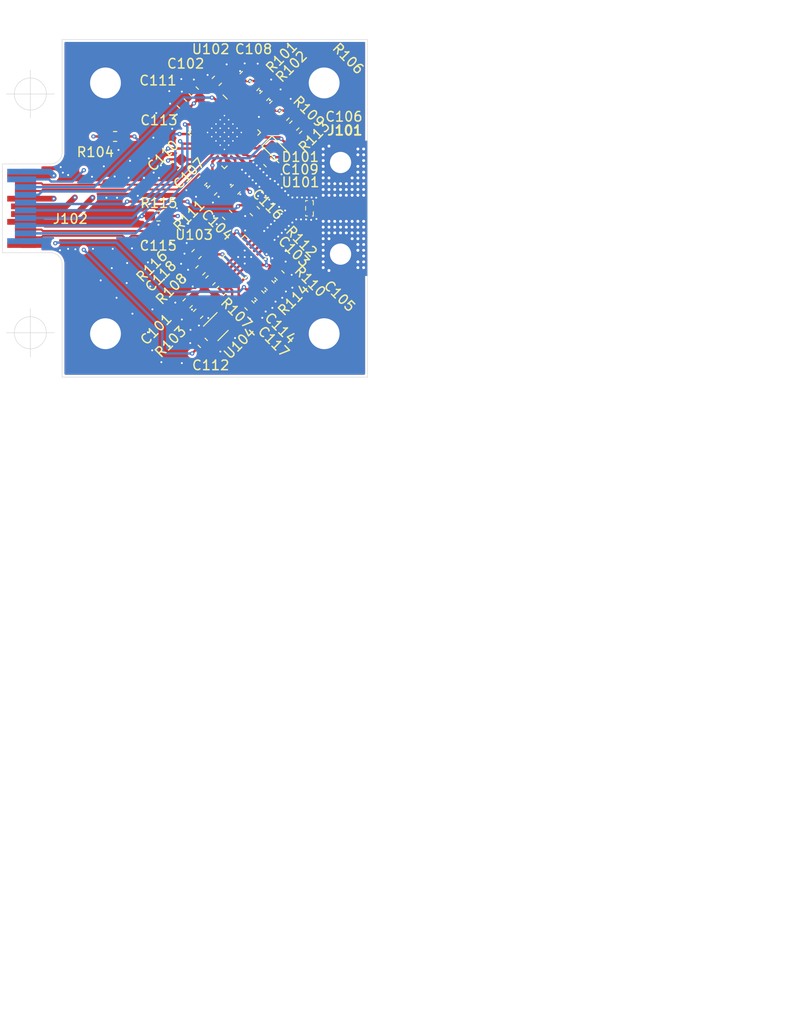
<source format=kicad_pcb>
(kicad_pcb (version 20200104) (host pcbnew "5.99.0-unknown-6252493~100~ubuntu19.10.1")
  (layers (0 "F.Cu" signal) (1 "In1.Cu" signal) (2 "In2.Cu" signal) (31 "B.Cu" signal) (35 "F.Paste" user hide) (37 "F.SilkS" user) (38 "B.Mask" user) (39 "F.Mask" user) (44 "Edge.Cuts" user))
  (net 0 "")
  (net 1 "GND")
  (net 2 "Net-(C101-Pad1)")
  (net 3 "Net-(C102-Pad2)")
  (net 4 "Net-(C102-Pad1)")
  (net 5 "Net-(C103-Pad2)")
  (net 6 "/VCCR")
  (net 7 "+3V3")
  (net 8 "/VEER")
  (net 9 "Net-(D101-Pad1)")
  (net 10 "Net-(R101-Pad1)")
  (net 11 "Net-(R102-Pad1)")
  (net 12 "Net-(R106-Pad1)")
  (net 13 "Net-(R109-Pad1)")
  (net 14 "Net-(R111-Pad1)")
  (net 15 "Net-(R114-Pad1)")
  (net 16 "Net-(R116-Pad1)")
  (net 17 "Net-(U102-Pad5)")
  (net 18 "Net-(U102-Pad4)")
  (net 19 "Net-(U102-Pad2)")
  (net 20 "Net-(U103-Pad4)")
  (net 21 "Net-(U104-Pad4)")
  (net 22 "Net-(U104-Pad1)")
  (net 23 "/PULSE_GEN")
  (net 24 "/TDR_PORT")
  (net 25 "/FAULT")
  (net 26 "/DISABLE")
  (net 27 "/SDA")
  (net 28 "/SCL")
  (net 29 "/COMP_VOLTAGE")
  (net 30 "/CSEL")
  (net 31 "/COMP_OUT")
  (net 32 "/LOS")
  (net 33 "/PULSE_N")
  (net 34 "/PULSE_P")
  (net 35 "/SAMPLE_P")
  (net 36 "/SAMPLE_N")
  (net 37 "/COMP_OUT_P")
  (net 38 "/COMP_OUT_N")
  (net 39 "/COMP_T")
  (net 40 "/TDR_COMP")
  (net 41 "/PULSE_AC")
  (module "petr_kicad:SMA_rosenberger_hybrid_ISOLA_2313_0.1mm" (layer "F.Cu") (at 175 96.75 180)
    (fp_text reference "J101" (at 2.35 8.075 180) (layer "F.SilkS") (effects (font (thickness 0.2))))
    (fp_text value "Conn_Coaxial")
    (pad "2" smd rect (at 2.5 0 180) (size 5 14) (layers "B.Cu" "F.Mask") (net 1 "GND"))
    (pad "2" thru_hole circle (at 1 5.55 180) (size 0.5 0.5) (drill 0.3) (layers *.Cu *.Mask) (net 1 "GND"))
    (pad "2" thru_hole circle (at 1 4.35 180) (size 0.5 0.5) (drill 0.3) (layers *.Cu *.Mask) (net 1 "GND"))
    (pad "2" thru_hole circle (at 4 6.45 180) (size 0.5 0.5) (drill 0.3) (layers *.Cu *.Mask) (net 1 "GND"))
    (pad "2" thru_hole circle (at 4.6 6.15 180) (size 0.5 0.5) (drill 0.3) (layers *.Cu *.Mask) (net 1 "GND"))
    (pad "2" thru_hole circle (at 4.6 5.55 180) (size 0.5 0.5) (drill 0.3) (layers *.Cu *.Mask) (net 1 "GND"))
    (pad "2" thru_hole circle (at 4.6 4.95 180) (size 0.5 0.5) (drill 0.3) (layers *.Cu *.Mask) (net 1 "GND"))
    (pad "2" thru_hole circle (at 4.6 4.35 180) (size 0.5 0.5) (drill 0.3) (layers *.Cu *.Mask) (net 1 "GND"))
    (pad "2" thru_hole circle (at 4.6 3.75 180) (size 0.5 0.5) (drill 0.3) (layers *.Cu *.Mask) (net 1 "GND"))
    (pad "2" thru_hole circle (at 1 6.15 180) (size 0.5 0.5) (drill 0.3) (layers *.Cu *.Mask) (net 1 "GND"))
    (pad "2" thru_hole circle (at 0.4 6.15 180) (size 0.5 0.5) (drill 0.3) (layers *.Cu *.Mask) (net 1 "GND"))
    (pad "2" thru_hole circle (at 0.4 5.55 180) (size 0.5 0.5) (drill 0.3) (layers *.Cu *.Mask) (net 1 "GND"))
    (pad "2" thru_hole circle (at 0.4 4.95 180) (size 0.5 0.5) (drill 0.3) (layers *.Cu *.Mask) (net 1 "GND"))
    (pad "2" thru_hole circle (at 0.4 4.35 180) (size 0.5 0.5) (drill 0.3) (layers *.Cu *.Mask) (net 1 "GND"))
    (pad "2" thru_hole circle (at 1 3.75 180) (size 0.5 0.5) (drill 0.3) (layers *.Cu *.Mask) (net 1 "GND"))
    (pad "2" thru_hole circle (at 0.4 3.75 180) (size 0.5 0.5) (drill 0.3) (layers *.Cu *.Mask) (net 1 "GND"))
    (pad "2" thru_hole circle (at 1 3.15 180) (size 0.5 0.5) (drill 0.3) (layers *.Cu *.Mask) (net 1 "GND"))
    (pad "2" thru_hole circle (at 0.4 3.15 180) (size 0.5 0.5) (drill 0.3) (layers *.Cu *.Mask) (net 1 "GND"))
    (pad "2" thru_hole circle (at 1.6 3.15 180) (size 0.5 0.5) (drill 0.3) (layers *.Cu *.Mask) (net 1 "GND"))
    (pad "2" thru_hole circle (at 4.6 3.15 180) (size 0.5 0.5) (drill 0.3) (layers *.Cu *.Mask) (net 1 "GND"))
    (pad "2" thru_hole circle (at 4 3.15 180) (size 0.5 0.5) (drill 0.3) (layers *.Cu *.Mask) (net 1 "GND"))
    (pad "2" thru_hole circle (at 3.4 2.55 180) (size 0.5 0.5) (drill 0.3) (layers *.Cu *.Mask) (net 1 "GND"))
    (pad "2" thru_hole circle (at 2.8 2.55 180) (size 0.5 0.5) (drill 0.3) (layers *.Cu *.Mask) (net 1 "GND"))
    (pad "2" thru_hole circle (at 1 2.55 180) (size 0.5 0.5) (drill 0.3) (layers *.Cu *.Mask) (net 1 "GND"))
    (pad "2" thru_hole circle (at 0.4 2.55 180) (size 0.5 0.5) (drill 0.3) (layers *.Cu *.Mask) (net 1 "GND"))
    (pad "2" thru_hole circle (at 2.2 2.55 180) (size 0.5 0.5) (drill 0.3) (layers *.Cu *.Mask) (net 1 "GND"))
    (pad "2" thru_hole circle (at 1.6 2.55 180) (size 0.5 0.5) (drill 0.3) (layers *.Cu *.Mask) (net 1 "GND"))
    (pad "2" thru_hole circle (at 4.6 2.55 180) (size 0.5 0.5) (drill 0.3) (layers *.Cu *.Mask) (net 1 "GND"))
    (pad "2" thru_hole circle (at 4 2.55 180) (size 0.5 0.5) (drill 0.3) (layers *.Cu *.Mask) (net 1 "GND"))
    (pad "2" thru_hole circle (at 3.4 1.95 180) (size 0.5 0.5) (drill 0.3) (layers *.Cu *.Mask) (net 1 "GND"))
    (pad "2" thru_hole circle (at 2.8 1.95 180) (size 0.5 0.5) (drill 0.3) (layers *.Cu *.Mask) (net 1 "GND"))
    (pad "2" thru_hole circle (at 1 1.95 180) (size 0.5 0.5) (drill 0.3) (layers *.Cu *.Mask) (net 1 "GND"))
    (pad "2" thru_hole circle (at 0.4 1.95 180) (size 0.5 0.5) (drill 0.3) (layers *.Cu *.Mask) (net 1 "GND"))
    (pad "2" thru_hole circle (at 2.2 1.95 180) (size 0.5 0.5) (drill 0.3) (layers *.Cu *.Mask) (net 1 "GND"))
    (pad "2" thru_hole circle (at 1.6 1.95 180) (size 0.5 0.5) (drill 0.3) (layers *.Cu *.Mask) (net 1 "GND"))
    (pad "2" thru_hole circle (at 4.6 1.95 180) (size 0.5 0.5) (drill 0.3) (layers *.Cu *.Mask) (net 1 "GND"))
    (pad "2" thru_hole circle (at 4 1.95 180) (size 0.5 0.5) (drill 0.3) (layers *.Cu *.Mask) (net 1 "GND"))
    (pad "2" thru_hole circle (at 4 -6.45 180) (size 0.5 0.5) (drill 0.3) (layers *.Cu *.Mask) (net 1 "GND"))
    (pad "2" thru_hole circle (at 4.6 -6.15 180) (size 0.5 0.5) (drill 0.3) (layers *.Cu *.Mask) (net 1 "GND"))
    (pad "2" thru_hole circle (at 4.6 -5.55 180) (size 0.5 0.5) (drill 0.3) (layers *.Cu *.Mask) (net 1 "GND"))
    (pad "2" thru_hole circle (at 4.6 -4.95 180) (size 0.5 0.5) (drill 0.3) (layers *.Cu *.Mask) (net 1 "GND"))
    (pad "2" thru_hole circle (at 4.6 -4.35 180) (size 0.5 0.5) (drill 0.3) (layers *.Cu *.Mask) (net 1 "GND"))
    (pad "2" thru_hole circle (at 4.6 -3.75 180) (size 0.5 0.5) (drill 0.3) (layers *.Cu *.Mask) (net 1 "GND"))
    (pad "2" thru_hole circle (at 1 -6.15 180) (size 0.5 0.5) (drill 0.3) (layers *.Cu *.Mask) (net 1 "GND"))
    (pad "2" thru_hole circle (at 0.4 -6.15 180) (size 0.5 0.5) (drill 0.3) (layers *.Cu *.Mask) (net 1 "GND"))
    (pad "2" thru_hole circle (at 1 -5.55 180) (size 0.5 0.5) (drill 0.3) (layers *.Cu *.Mask) (net 1 "GND"))
    (pad "2" thru_hole circle (at 0.4 -5.55 180) (size 0.5 0.5) (drill 0.3) (layers *.Cu *.Mask) (net 1 "GND"))
    (pad "2" thru_hole circle (at 0.4 -4.95 180) (size 0.5 0.5) (drill 0.3) (layers *.Cu *.Mask) (net 1 "GND"))
    (pad "2" thru_hole circle (at 0.4 -4.35 180) (size 0.5 0.5) (drill 0.3) (layers *.Cu *.Mask) (net 1 "GND"))
    (pad "2" thru_hole circle (at 1 -4.35 180) (size 0.5 0.5) (drill 0.3) (layers *.Cu *.Mask) (net 1 "GND"))
    (pad "2" thru_hole circle (at 1 -3.75 180) (size 0.5 0.5) (drill 0.3) (layers *.Cu *.Mask) (net 1 "GND"))
    (pad "2" thru_hole circle (at 0.4 -3.75 180) (size 0.5 0.5) (drill 0.3) (layers *.Cu *.Mask) (net 1 "GND"))
    (pad "2" thru_hole circle (at 4.6 -3.15 180) (size 0.5 0.5) (drill 0.3) (layers *.Cu *.Mask) (net 1 "GND"))
    (pad "2" thru_hole circle (at 4 -3.15 180) (size 0.5 0.5) (drill 0.3) (layers *.Cu *.Mask) (net 1 "GND"))
    (pad "2" thru_hole circle (at 1 -3.15 180) (size 0.5 0.5) (drill 0.3) (layers *.Cu *.Mask) (net 1 "GND"))
    (pad "2" thru_hole circle (at 0.4 -3.15 180) (size 0.5 0.5) (drill 0.3) (layers *.Cu *.Mask) (net 1 "GND"))
    (pad "2" thru_hole circle (at 1.6 -3.15 180) (size 0.5 0.5) (drill 0.3) (layers *.Cu *.Mask) (net 1 "GND"))
    (pad "2" thru_hole circle (at 4.6 -2.55 180) (size 0.5 0.5) (drill 0.3) (layers *.Cu *.Mask) (net 1 "GND"))
    (pad "2" thru_hole circle (at 4 -2.55 180) (size 0.5 0.5) (drill 0.3) (layers *.Cu *.Mask) (net 1 "GND"))
    (pad "2" thru_hole circle (at 3.4 -2.55 180) (size 0.5 0.5) (drill 0.3) (layers *.Cu *.Mask) (net 1 "GND"))
    (pad "2" thru_hole circle (at 2.8 -2.55 180) (size 0.5 0.5) (drill 0.3) (layers *.Cu *.Mask) (net 1 "GND"))
    (pad "2" thru_hole circle (at 1 -2.55 180) (size 0.5 0.5) (drill 0.3) (layers *.Cu *.Mask) (net 1 "GND"))
    (pad "2" thru_hole circle (at 0.4 -2.55 180) (size 0.5 0.5) (drill 0.3) (layers *.Cu *.Mask) (net 1 "GND"))
    (pad "2" thru_hole circle (at 2.2 -2.55 180) (size 0.5 0.5) (drill 0.3) (layers *.Cu *.Mask) (net 1 "GND"))
    (pad "2" thru_hole circle (at 1.6 -2.55 180) (size 0.5 0.5) (drill 0.3) (layers *.Cu *.Mask) (net 1 "GND"))
    (pad "2" thru_hole circle (at 4.6 -1.95 180) (size 0.5 0.5) (drill 0.3) (layers *.Cu *.Mask) (net 1 "GND"))
    (pad "2" thru_hole circle (at 4 -1.95 180) (size 0.5 0.5) (drill 0.3) (layers *.Cu *.Mask) (net 1 "GND"))
    (pad "2" thru_hole circle (at 3.4 -1.95 180) (size 0.5 0.5) (drill 0.3) (layers *.Cu *.Mask) (net 1 "GND"))
    (pad "2" thru_hole circle (at 2.8 -1.95 180) (size 0.5 0.5) (drill 0.3) (layers *.Cu *.Mask) (net 1 "GND"))
    (pad "2" thru_hole circle (at 1 -1.95 180) (size 0.5 0.5) (drill 0.3) (layers *.Cu *.Mask) (net 1 "GND"))
    (pad "2" thru_hole circle (at 0.4 -1.95 180) (size 0.5 0.5) (drill 0.3) (layers *.Cu *.Mask) (net 1 "GND"))
    (pad "2" thru_hole circle (at 2.2 -1.95 180) (size 0.5 0.5) (drill 0.3) (layers *.Cu *.Mask) (net 1 "GND"))
    (pad "2" thru_hole circle (at 1.6 -1.95 180) (size 0.5 0.5) (drill 0.3) (layers *.Cu *.Mask) (net 1 "GND"))
    (pad "2" thru_hole circle (at 0.4 1.35 180) (size 0.5 0.5) (drill 0.3) (layers *.Cu *.Mask) (net 1 "GND"))
    (pad "2" thru_hole circle (at 1 1.35 180) (size 0.5 0.5) (drill 0.3) (layers *.Cu *.Mask) (net 1 "GND"))
    (pad "2" thru_hole circle (at 1.6 1.35 180) (size 0.5 0.5) (drill 0.3) (layers *.Cu *.Mask) (net 1 "GND"))
    (pad "2" thru_hole circle (at 2.2 1.35 180) (size 0.5 0.5) (drill 0.3) (layers *.Cu *.Mask) (net 1 "GND"))
    (pad "2" thru_hole circle (at 2.8 1.35 180) (size 0.5 0.5) (drill 0.3) (layers *.Cu *.Mask) (net 1 "GND"))
    (pad "2" thru_hole circle (at 3.4 1.35 180) (size 0.5 0.5) (drill 0.3) (layers *.Cu *.Mask) (net 1 "GND"))
    (pad "2" thru_hole circle (at 4 1.35 180) (size 0.5 0.5) (drill 0.3) (layers *.Cu *.Mask) (net 1 "GND"))
    (pad "2" thru_hole circle (at 4.6 1.35 180) (size 0.5 0.5) (drill 0.3) (layers *.Cu *.Mask) (net 1 "GND"))
    (pad "2" thru_hole circle (at 0.4 -1.35 180) (size 0.5 0.5) (drill 0.3) (layers *.Cu *.Mask) (net 1 "GND"))
    (pad "2" thru_hole circle (at 1 -1.35 180) (size 0.5 0.5) (drill 0.3) (layers *.Cu *.Mask) (net 1 "GND"))
    (pad "2" thru_hole circle (at 1.6 -1.35 180) (size 0.5 0.5) (drill 0.3) (layers *.Cu *.Mask) (net 1 "GND"))
    (pad "2" thru_hole circle (at 2.2 -1.35 180) (size 0.5 0.5) (drill 0.3) (layers *.Cu *.Mask) (net 1 "GND"))
    (pad "2" thru_hole circle (at 2.8 -1.35 180) (size 0.5 0.5) (drill 0.3) (layers *.Cu *.Mask) (net 1 "GND"))
    (pad "2" thru_hole circle (at 3.4 -1.35 180) (size 0.5 0.5) (drill 0.3) (layers *.Cu *.Mask) (net 1 "GND"))
    (pad "2" thru_hole circle (at 4 -1.35 180) (size 0.5 0.5) (drill 0.3) (layers *.Cu *.Mask) (net 1 "GND"))
    (pad "2" thru_hole circle (at 4.6 -1.35 180) (size 0.5 0.5) (drill 0.3) (layers *.Cu *.Mask) (net 1 "GND"))
    (pad "2" thru_hole circle (at 2.8 4.75 180) (size 3 3) (drill 2.2) (layers *.Cu *.Mask) (net 1 "GND"))
    (pad "2" thru_hole circle (at 2.8 -4.75 180) (size 3 3) (drill 2.2) (layers *.Cu *.Mask) (net 1 "GND"))
    (pad "1" smd rect (at 2.5 0 180) (size 5 0.41) (layers "F.Cu" "F.Mask") (net 24 "/TDR_PORT"))
    (pad "2" smd rect (at 2.5 -4 180) (size 5 6) (layers "F.Cu" "F.Mask") (net 1 "GND"))
    (pad "2" smd rect (at 2.5 4 180) (size 5 6) (layers "F.Cu" "F.Mask") (net 1 "GND"))
    (pad "2" smd rect (at 2.5 0 180) (size 5 14) (layers "B.Cu" "B.Mask") (net 1 "GND"))
  )
  (module "Package_CSP:LFCSP-8_2x2mm_P0.5mm" (layer "F.Cu") (at 159.429118 109.011783 -135)
    (fp_text reference "U104" (at -0.412006 -2.834861 -135) (layer "F.SilkS"))
    (fp_text value "SY89321")
    (pad "1" smd rect (at -0.725 -0.75 225) (size 0.75 0.28) (layers "F.Cu" "F.Paste" "F.Mask") (net 22 "Net-(U104-Pad1)"))
    (pad "2" smd rect (at -0.725 -0.25 225) (size 0.75 0.28) (layers "F.Cu" "F.Paste" "F.Mask") (net 37 "/COMP_OUT_P"))
    (pad "3" smd rect (at -0.725 0.25 225) (size 0.75 0.28) (layers "F.Cu" "F.Paste" "F.Mask") (net 38 "/COMP_OUT_N"))
    (pad "4" smd rect (at -0.725 0.75 225) (size 0.75 0.28) (layers "F.Cu" "F.Paste" "F.Mask") (net 21 "Net-(U104-Pad4)"))
    (pad "5" smd rect (at 0.725 0.75 225) (size 0.75 0.28) (layers "F.Cu" "F.Paste" "F.Mask") (net 1 "GND"))
    (pad "6" smd rect (at 0.725 0.25 225) (size 0.75 0.28) (layers "F.Cu" "F.Paste" "F.Mask"))
    (pad "7" smd rect (at 0.725 -0.25 225) (size 0.75 0.28) (layers "F.Cu" "F.Paste" "F.Mask") (net 31 "/COMP_OUT"))
    (pad "8" smd rect (at 0.725 -0.75 225) (size 0.75 0.28) (layers "F.Cu" "F.Paste" "F.Mask") (net 7 "+3V3"))
  )
  (module "petr_kicad:QFN-32_EP_5x5_Pitch0.5mm" (layer "F.Cu") (at 160.147918 88.887258 -45)
    (fp_text reference "U102" (at -7.113619 -5.101309 180) (layer "F.SilkS"))
    (fp_text value "MAX3798")
    (pad "1" smd oval (at -2.45 -1.75 45) (size 0.25 0.7) (layers "F.Cu" "F.Paste" "F.Mask") (net 32 "/LOS"))
    (pad "2" smd oval (at -2.45 -1.25 45) (size 0.25 0.7) (layers "F.Cu" "F.Paste" "F.Mask") (net 19 "Net-(U102-Pad2)"))
    (pad "3" smd oval (at -2.45 -0.75 45) (size 0.25 0.7) (layers "F.Cu" "F.Paste" "F.Mask") (net 7 "+3V3"))
    (pad "4" smd oval (at -2.45 -0.25 45) (size 0.25 0.7) (layers "F.Cu" "F.Paste" "F.Mask") (net 18 "Net-(U102-Pad4)"))
    (pad "5" smd oval (at -2.45 0.25 45) (size 0.25 0.7) (layers "F.Cu" "F.Paste" "F.Mask") (net 17 "Net-(U102-Pad5)"))
    (pad "6" smd oval (at -2.45 0.75 45) (size 0.25 0.7) (layers "F.Cu" "F.Paste" "F.Mask") (net 7 "+3V3"))
    (pad "7" smd oval (at -2.45 1.25 45) (size 0.25 0.7) (layers "F.Cu" "F.Paste" "F.Mask") (net 7 "+3V3"))
    (pad "8" smd oval (at -2.45 1.75 45) (size 0.25 0.7) (layers "F.Cu" "F.Paste" "F.Mask") (net 26 "/DISABLE"))
    (pad "9" smd oval (at -1.75 2.45 315) (size 0.25 0.7) (layers "F.Cu" "F.Paste" "F.Mask") (net 28 "/SCL"))
    (pad "10" smd oval (at -1.25 2.45 315) (size 0.25 0.7) (layers "F.Cu" "F.Paste" "F.Mask") (net 27 "/SDA"))
    (pad "11" smd oval (at -0.75 2.45 315) (size 0.25 0.7) (layers "F.Cu" "F.Paste" "F.Mask") (net 30 "/CSEL"))
    (pad "12" smd oval (at -0.25 2.45 315) (size 0.25 0.7) (layers "F.Cu" "F.Paste" "F.Mask") (net 7 "+3V3"))
    (pad "13" smd oval (at 0.25 2.45 315) (size 0.25 0.7) (layers "F.Cu" "F.Paste" "F.Mask") (net 34 "/PULSE_P"))
    (pad "14" smd oval (at 0.75 2.45 315) (size 0.25 0.7) (layers "F.Cu" "F.Paste" "F.Mask") (net 33 "/PULSE_N"))
    (pad "15" smd oval (at 1.25 2.45 315) (size 0.25 0.7) (layers "F.Cu" "F.Paste" "F.Mask") (net 7 "+3V3"))
    (pad "16" smd oval (at 1.75 2.45 315) (size 0.25 0.7) (layers "F.Cu" "F.Paste" "F.Mask") (net 14 "Net-(R111-Pad1)"))
    (pad "17" smd oval (at 2.45 1.75 45) (size 0.25 0.7) (layers "F.Cu" "F.Paste" "F.Mask") (net 1 "GND"))
    (pad "18" smd oval (at 2.45 1.25 45) (size 0.25 0.7) (layers "F.Cu" "F.Paste" "F.Mask") (net 7 "+3V3"))
    (pad "19" smd oval (at 2.45 0.75 45) (size 0.25 0.7) (layers "F.Cu" "F.Paste" "F.Mask") (net 23 "/PULSE_GEN"))
    (pad "20" smd oval (at 2.45 0.25 45) (size 0.25 0.7) (layers "F.Cu" "F.Paste" "F.Mask") (net 7 "+3V3"))
    (pad "21" smd oval (at 2.45 -0.25 45) (size 0.25 0.7) (layers "F.Cu" "F.Paste" "F.Mask") (net 7 "+3V3"))
    (pad "22" smd oval (at 2.45 -0.75 45) (size 0.25 0.7) (layers "F.Cu" "F.Paste" "F.Mask") (net 9 "Net-(D101-Pad1)"))
    (pad "23" smd oval (at 2.45 -1.25 45) (size 0.25 0.7) (layers "F.Cu" "F.Paste" "F.Mask") (net 25 "/FAULT"))
    (pad "24" smd oval (at 2.45 -1.75 45) (size 0.25 0.7) (layers "F.Cu" "F.Paste" "F.Mask") (net 13 "Net-(R109-Pad1)"))
    (pad "25" smd oval (at 1.75 -2.45 315) (size 0.25 0.7) (layers "F.Cu" "F.Paste" "F.Mask") (net 12 "Net-(R106-Pad1)"))
    (pad "26" smd oval (at 1.25 -2.45 315) (size 0.25 0.7) (layers "F.Cu" "F.Paste" "F.Mask") (net 1 "GND"))
    (pad "27" smd oval (at 0.75 -2.45 315) (size 0.25 0.7) (layers "F.Cu" "F.Paste" "F.Mask") (net 7 "+3V3"))
    (pad "28" smd oval (at 0.25 -2.45 315) (size 0.25 0.7) (layers "F.Cu" "F.Paste" "F.Mask") (net 11 "Net-(R102-Pad1)"))
    (pad "29" smd oval (at -0.25 -2.45 315) (size 0.25 0.7) (layers "F.Cu" "F.Paste" "F.Mask") (net 10 "Net-(R101-Pad1)"))
    (pad "30" smd oval (at -0.75 -2.45 315) (size 0.25 0.7) (layers "F.Cu" "F.Paste" "F.Mask") (net 7 "+3V3"))
    (pad "31" smd oval (at -1.25 -2.45 315) (size 0.25 0.7) (layers "F.Cu" "F.Paste" "F.Mask") (net 4 "Net-(C102-Pad1)"))
    (pad "32" smd oval (at -1.75 -2.45 315) (size 0.25 0.7) (layers "F.Cu" "F.Paste" "F.Mask") (net 3 "Net-(C102-Pad2)"))
    (pad "33" smd rect (at -1.24 -1.24 315) (size 0.62 0.62) (layers "F.Cu" "F.Paste" "F.Mask") (net 1 "GND"))
    (pad "33" smd rect (at -1.24 -0.62 315) (size 0.62 0.62) (layers "F.Cu" "F.Paste" "F.Mask") (net 1 "GND"))
    (pad "33" smd rect (at -1.24 0 315) (size 0.62 0.62) (layers "F.Cu" "F.Paste" "F.Mask") (net 1 "GND"))
    (pad "33" smd rect (at -1.24 0.62 315) (size 0.62 0.62) (layers "F.Cu" "F.Paste" "F.Mask") (net 1 "GND"))
    (pad "33" smd rect (at -1.24 1.24 315) (size 0.62 0.62) (layers "F.Cu" "F.Paste" "F.Mask") (net 1 "GND"))
    (pad "33" smd rect (at -0.62 -1.24 315) (size 0.62 0.62) (layers "F.Cu" "F.Paste" "F.Mask") (net 1 "GND"))
    (pad "33" smd rect (at -0.62 -0.62 315) (size 0.62 0.62) (layers "F.Cu" "F.Paste" "F.Mask") (net 1 "GND"))
    (pad "33" smd rect (at -0.62 0 315) (size 0.62 0.62) (layers "F.Cu" "F.Paste" "F.Mask") (net 1 "GND"))
    (pad "33" smd rect (at -0.62 0.62 315) (size 0.62 0.62) (layers "F.Cu" "F.Paste" "F.Mask") (net 1 "GND"))
    (pad "33" smd rect (at -0.62 1.24 315) (size 0.62 0.62) (layers "F.Cu" "F.Paste" "F.Mask") (net 1 "GND"))
    (pad "33" smd rect (at 0 -1.24 315) (size 0.62 0.62) (layers "F.Cu" "F.Paste" "F.Mask") (net 1 "GND"))
    (pad "33" smd rect (at 0 -0.62 315) (size 0.62 0.62) (layers "F.Cu" "F.Paste" "F.Mask") (net 1 "GND"))
    (pad "33" smd rect (at 0 0 315) (size 0.62 0.62) (layers "F.Cu" "F.Paste" "F.Mask") (net 1 "GND"))
    (pad "33" smd rect (at 0 0.62 315) (size 0.62 0.62) (layers "F.Cu" "F.Paste" "F.Mask") (net 1 "GND"))
    (pad "33" smd rect (at 0 1.24 315) (size 0.62 0.62) (layers "F.Cu" "F.Paste" "F.Mask") (net 1 "GND"))
    (pad "33" smd rect (at 0.62 -1.24 315) (size 0.62 0.62) (layers "F.Cu" "F.Paste" "F.Mask") (net 1 "GND"))
    (pad "33" smd rect (at 0.62 -0.62 315) (size 0.62 0.62) (layers "F.Cu" "F.Paste" "F.Mask") (net 1 "GND"))
    (pad "33" smd rect (at 0.62 0 315) (size 0.62 0.62) (layers "F.Cu" "F.Paste" "F.Mask") (net 1 "GND"))
    (pad "33" smd rect (at 0.62 0.62 315) (size 0.62 0.62) (layers "F.Cu" "F.Paste" "F.Mask") (net 1 "GND"))
    (pad "33" smd rect (at 0.62 1.24 315) (size 0.62 0.62) (layers "F.Cu" "F.Paste" "F.Mask") (net 1 "GND"))
    (pad "33" smd rect (at 1.24 -1.24 315) (size 0.62 0.62) (layers "F.Cu" "F.Paste" "F.Mask") (net 1 "GND"))
    (pad "33" smd rect (at 1.24 -0.62 315) (size 0.62 0.62) (layers "F.Cu" "F.Paste" "F.Mask") (net 1 "GND"))
    (pad "33" smd rect (at 1.24 0 315) (size 0.62 0.62) (layers "F.Cu" "F.Paste" "F.Mask") (net 1 "GND"))
    (pad "33" smd rect (at 1.24 0.62 315) (size 0.62 0.62) (layers "F.Cu" "F.Paste" "F.Mask") (net 1 "GND"))
    (pad "33" smd rect (at 1.24 1.24 315) (size 0.62 0.62) (layers "F.Cu" "F.Paste" "F.Mask") (net 1 "GND"))
    (pad "33" thru_hole circle (at -1.24 -1.24 315) (size 0.31 0.31) (drill 0.155) (layers *.Cu *.Mask) (net 1 "GND"))
    (pad "33" thru_hole circle (at -1.24 -0.62 315) (size 0.31 0.31) (drill 0.155) (layers *.Cu *.Mask) (net 1 "GND"))
    (pad "33" thru_hole circle (at -1.24 0 315) (size 0.31 0.31) (drill 0.155) (layers *.Cu *.Mask) (net 1 "GND"))
    (pad "33" thru_hole circle (at -1.24 0.62 315) (size 0.31 0.31) (drill 0.155) (layers *.Cu *.Mask) (net 1 "GND"))
    (pad "33" thru_hole circle (at -1.24 1.24 315) (size 0.31 0.31) (drill 0.155) (layers *.Cu *.Mask) (net 1 "GND"))
    (pad "33" thru_hole circle (at -0.62 -1.24 315) (size 0.31 0.31) (drill 0.155) (layers *.Cu *.Mask) (net 1 "GND"))
    (pad "33" thru_hole circle (at -0.62 -0.62 315) (size 0.31 0.31) (drill 0.155) (layers *.Cu *.Mask) (net 1 "GND"))
    (pad "33" thru_hole circle (at -0.62 0 315) (size 0.31 0.31) (drill 0.155) (layers *.Cu *.Mask) (net 1 "GND"))
    (pad "33" thru_hole circle (at -0.62 0.62 315) (size 0.31 0.31) (drill 0.155) (layers *.Cu *.Mask) (net 1 "GND"))
    (pad "33" thru_hole circle (at -0.62 1.24 315) (size 0.31 0.31) (drill 0.155) (layers *.Cu *.Mask) (net 1 "GND"))
    (pad "33" thru_hole circle (at 0 -1.24 315) (size 0.31 0.31) (drill 0.155) (layers *.Cu *.Mask) (net 1 "GND"))
    (pad "33" thru_hole circle (at 0 -0.62 315) (size 0.31 0.31) (drill 0.155) (layers *.Cu *.Mask) (net 1 "GND"))
    (pad "33" thru_hole circle (at 0 0 315) (size 0.31 0.31) (drill 0.155) (layers *.Cu *.Mask) (net 1 "GND"))
    (pad "33" thru_hole circle (at 0 0.62 315) (size 0.31 0.31) (drill 0.155) (layers *.Cu *.Mask) (net 1 "GND"))
    (pad "33" thru_hole circle (at 0 1.24 315) (size 0.31 0.31) (drill 0.155) (layers *.Cu *.Mask) (net 1 "GND"))
    (pad "33" thru_hole circle (at 0.62 -1.24 315) (size 0.31 0.31) (drill 0.155) (layers *.Cu *.Mask) (net 1 "GND"))
    (pad "33" thru_hole circle (at 0.62 -0.62 315) (size 0.31 0.31) (drill 0.155) (layers *.Cu *.Mask) (net 1 "GND"))
    (pad "33" thru_hole circle (at 0.62 0 315) (size 0.31 0.31) (drill 0.155) (layers *.Cu *.Mask) (net 1 "GND"))
    (pad "33" thru_hole circle (at 0.62 0.62 315) (size 0.31 0.31) (drill 0.155) (layers *.Cu *.Mask) (net 1 "GND"))
    (pad "33" thru_hole circle (at 0.62 1.24 315) (size 0.31 0.31) (drill 0.155) (layers *.Cu *.Mask) (net 1 "GND"))
    (pad "33" thru_hole circle (at 1.24 -1.24 315) (size 0.31 0.31) (drill 0.155) (layers *.Cu *.Mask) (net 1 "GND"))
    (pad "33" thru_hole circle (at 1.24 -0.62 315) (size 0.31 0.31) (drill 0.155) (layers *.Cu *.Mask) (net 1 "GND"))
    (pad "33" thru_hole circle (at 1.24 0 315) (size 0.31 0.31) (drill 0.155) (layers *.Cu *.Mask) (net 1 "GND"))
    (pad "33" thru_hole circle (at 1.24 0.62 315) (size 0.31 0.31) (drill 0.155) (layers *.Cu *.Mask) (net 1 "GND"))
    (pad "33" thru_hole circle (at 1.24 1.24 315) (size 0.31 0.31) (drill 0.155) (layers *.Cu *.Mask) (net 1 "GND"))
  )
  (module "Package_CSP:LFCSP-16-1EP_3x3mm_P0.5mm_EP1.6x1.6mm" (layer "F.Cu") (at 162.25 101.8 -135)
    (fp_text reference "U103" (at 2.085965 5.338656) (layer "F.SilkS"))
    (fp_text value "ADCMP582")
    (pad "17" smd roundrect (at 0 0 225) (size 1.6 1.6) (layers "F.Cu" "F.Mask") (roundrect_rratio 0.15625) (net 1 "GND"))
    (pad "1" smd roundrect (at -1.4375 -0.75 225) (size 0.825 0.25) (layers "F.Cu" "F.Paste" "F.Mask") (net 39 "/COMP_T"))
    (pad "2" smd roundrect (at -1.4375 -0.25 225) (size 0.825 0.25) (layers "F.Cu" "F.Paste" "F.Mask") (net 40 "/TDR_COMP"))
    (pad "3" smd roundrect (at -1.4375 0.25 225) (size 0.825 0.25) (layers "F.Cu" "F.Paste" "F.Mask") (net 5 "Net-(C103-Pad2)"))
    (pad "4" smd roundrect (at -1.4375 0.75 225) (size 0.825 0.25) (layers "F.Cu" "F.Paste" "F.Mask") (net 20 "Net-(U103-Pad4)"))
    (pad "5" smd roundrect (at -0.75 1.4375 225) (size 0.25 0.825) (layers "F.Cu" "F.Paste" "F.Mask") (net 6 "/VCCR"))
    (pad "6" smd roundrect (at -0.25 1.4375 225) (size 0.25 0.825) (layers "F.Cu" "F.Paste" "F.Mask") (net 36 "/SAMPLE_N"))
    (pad "7" smd roundrect (at 0.25 1.4375 225) (size 0.25 0.825) (layers "F.Cu" "F.Paste" "F.Mask") (net 35 "/SAMPLE_P"))
    (pad "8" smd roundrect (at 0.75 1.4375 225) (size 0.25 0.825) (layers "F.Cu" "F.Paste" "F.Mask") (net 16 "Net-(R116-Pad1)"))
    (pad "9" smd roundrect (at 1.4375 0.75 225) (size 0.825 0.25) (layers "F.Cu" "F.Paste" "F.Mask") (net 7 "+3V3"))
    (pad "10" smd roundrect (at 1.4375 0.25 225) (size 0.825 0.25) (layers "F.Cu" "F.Paste" "F.Mask") (net 38 "/COMP_OUT_N"))
    (pad "11" smd roundrect (at 1.4375 -0.25 225) (size 0.825 0.25) (layers "F.Cu" "F.Paste" "F.Mask") (net 37 "/COMP_OUT_P"))
    (pad "12" smd roundrect (at 1.4375 -0.75 225) (size 0.825 0.25) (layers "F.Cu" "F.Paste" "F.Mask") (net 7 "+3V3"))
    (pad "13" smd roundrect (at 0.75 -1.4375 225) (size 0.25 0.825) (layers "F.Cu" "F.Paste" "F.Mask") (net 8 "/VEER"))
    (pad "14" smd roundrect (at 0.25 -1.4375 225) (size 0.25 0.825) (layers "F.Cu" "F.Paste" "F.Mask") (net 15 "Net-(R114-Pad1)"))
    (pad "15" smd roundrect (at -0.25 -1.4375 225) (size 0.25 0.825) (layers "F.Cu" "F.Paste" "F.Mask") (net 1 "GND"))
    (pad "16" smd roundrect (at -0.75 -1.4375 225) (size 0.25 0.825) (layers "F.Cu" "F.Paste" "F.Mask") (net 6 "/VCCR"))
  )
  (module "MountingHole:MountingHole_3.2mm_M3_DIN965_Pad" (layer "F.Cu") (at 170.5 83.75)
    (fp_text reference "H103" hide)
    (fp_text value "MountingHole_Pad")
    (pad "1" thru_hole circle (at 0 0) (size 5.6 5.6) (drill 3.2) (layers *.Cu *.Mask) (net 1 "GND"))
  )
  (module "Resistor_SMD:R_0603_1608Metric_Pad1.05x0.95mm_HandSolder" (layer "F.Cu") (at 163.3 97.05 -45)
    (fp_text reference "R112" (at 5.656854 -1.202082 135) (layer "F.SilkS"))
    (fp_text value "NA")
    (pad "2" smd roundrect (at 0.875 0 315) (size 1.05 0.95) (layers "F.Cu" "F.Paste" "F.Mask") (net 5 "Net-(C103-Pad2)"))
    (pad "1" smd roundrect (at -0.875 0 315) (size 1.05 0.95) (layers "F.Cu" "F.Paste" "F.Mask") (net 29 "/COMP_VOLTAGE"))
  )
  (module "Capacitor_SMD:C_0603_1608Metric_Pad1.05x0.95mm_HandSolder" (layer "F.Cu") (at 161.3 94.8 45)
    (fp_text reference "C115" (at -9.793429 -1.555635 180) (layer "F.SilkS"))
    (fp_text value "10n")
    (pad "2" smd roundrect (at 0.875 0 45) (size 1.05 0.95) (layers "F.Cu" "F.Paste" "F.Mask") (net 7 "+3V3"))
    (pad "1" smd roundrect (at -0.875 0 45) (size 1.05 0.95) (layers "F.Cu" "F.Paste" "F.Mask") (net 1 "GND"))
  )
  (module "muwave_polygon" (layer "F.Cu") (at 161.599516 91.39815 135)
    (fp_text reference "REF**" hide)
    (fp_text value "muwave_polygon")
    (fp_poly (pts (xy -0.15 0) (xy -0.15 -0.175) (xy 0.15 -0.125) (xy 0.15 0) (xy 0.15 0.125) (xy -0.15 0.175) (xy -0.15 0)) (layer "F.Cu") (width 0))
    (pad "2" smd rect (at -0.15 0 135) (size 0.1 0.1) (layers "F.Cu") (net 23 "/PULSE_GEN"))
    (pad "1" smd rect (at 0.15 0 135) (size 0.1 0.1) (layers "F.Cu") (net 23 "/PULSE_GEN"))
  )
  (module "muwave_polygon" (layer "F.Cu") (at 169.725 96.75)
    (fp_text reference "REF**" hide)
    (fp_text value "muwave_polygon")
    (fp_poly (pts (xy -0.15 0) (xy -0.15 -0.225) (xy 0.15 -0.205) (xy 0.15 0) (xy 0.15 0.205) (xy -0.15 0.225) (xy -0.15 0)) (layer "F.Cu") (width 0))
    (pad "2" smd rect (at -0.15 0) (size 0.1 0.1) (layers "F.Cu") (net 24 "/TDR_PORT"))
    (pad "1" smd rect (at 0.15 0) (size 0.1 0.1) (layers "F.Cu") (net 24 "/TDR_PORT"))
  )
  (module "muwave_polygon" (layer "F.Cu") (at 163.84815 100.550484 -135)
    (fp_text reference "REF**" hide)
    (fp_text value "muwave_polygon")
    (fp_poly (pts (xy -0.15 0) (xy -0.15 -0.175) (xy 0.15 -0.125) (xy 0.15 0) (xy 0.15 0.125) (xy -0.15 0.175) (xy -0.15 0)) (layer "F.Cu") (width 0))
    (pad "1" smd rect (at 0.15 0 225) (size 0.1 0.1) (layers "F.Cu") (net 40 "/TDR_COMP"))
    (pad "2" smd rect (at -0.15 0 225) (size 0.1 0.1) (layers "F.Cu") (net 40 "/TDR_COMP"))
  )
  (module "muwave_polygon" (layer "F.Cu") (at 164.204216 100.900484 -135)
    (fp_text reference "REF**" hide)
    (fp_text value "muwave_polygon")
    (fp_poly (pts (xy -0.15 0) (xy -0.15 -0.175) (xy 0.15 -0.125) (xy 0.15 0) (xy 0.15 0.125) (xy -0.15 0.175) (xy -0.15 0)) (layer "F.Cu") (width 0))
    (pad "2" smd rect (at -0.15 0 225) (size 0.1 0.1) (layers "F.Cu") (net 39 "/COMP_T"))
    (pad "1" smd rect (at 0.15 0 225) (size 0.1 0.1) (layers "F.Cu") (net 39 "/COMP_T"))
  )
  (module "Capacitor_SMD:C_0603_1608Metric_Pad1.05x0.95mm_HandSolder" (layer "F.Cu") (at 157.656282 103.181282 45)
    (fp_text reference "C118" (at -3.34108 -2.46608 45) (layer "F.SilkS"))
    (fp_text value "10n")
    (pad "1" smd roundrect (at -0.875 0 45) (size 1.05 0.95) (layers "F.Cu" "F.Paste" "F.Mask") (net 1 "GND"))
    (pad "2" smd roundrect (at 0.875 0 45) (size 1.05 0.95) (layers "F.Cu" "F.Paste" "F.Mask") (net 7 "+3V3"))
  )
  (module "Capacitor_SMD:C_0603_1608Metric_Pad1.05x0.95mm_HandSolder" (layer "F.Cu") (at 162.75 106.818718 135)
    (fp_text reference "C117" (at -4.423859 -0.888326 135) (layer "F.SilkS"))
    (fp_text value "10n")
    (pad "1" smd roundrect (at -0.875 0 135) (size 1.05 0.95) (layers "F.Cu" "F.Paste" "F.Mask") (net 1 "GND"))
    (pad "2" smd roundrect (at 0.875 0 135) (size 1.05 0.95) (layers "F.Cu" "F.Paste" "F.Mask") (net 7 "+3V3"))
  )
  (module "Capacitor_SMD:C_0402_1005Metric" (layer "F.Cu") (at 162.932358 98.734692 -45)
    (fp_text reference "C103" (at 4.884658 -1.362831 135) (layer "F.SilkS"))
    (fp_text value "NA")
    (pad "2" smd roundrect (at 0.485 0 315) (size 0.59 0.64) (layers "F.Cu" "F.Paste" "F.Mask") (net 5 "Net-(C103-Pad2)"))
    (pad "1" smd roundrect (at -0.485 0 315) (size 0.59 0.64) (layers "F.Cu" "F.Paste" "F.Mask") (net 1 "GND"))
  )
  (module "petr_kicad:SFP+_PCB" (layer "F.Cu") (at 137.1 96.75 180)
    (fp_text reference "J102" (at -7.05 -1.1 unlocked) (layer "F.SilkS"))
    (fp_text value "SFP+")
    (pad "20" smd rect (at -2 -3.8 180) (size 3 0.6) (layers "F.Cu" "F.Mask") (net 1 "GND"))
    (pad "19" smd rect (at -2.4 -3 180) (size 2.2 0.44) (layers "F.Cu" "F.Mask") (net 35 "/SAMPLE_P"))
    (pad "18" smd rect (at -2.4 -2.2 180) (size 2.2 0.44) (layers "F.Cu" "F.Mask") (net 36 "/SAMPLE_N"))
    (pad "17" smd rect (at -2 -1.4 180) (size 3 0.6) (layers "F.Cu" "F.Mask") (net 1 "GND"))
    (pad "16" smd rect (at -2.2 -0.6 180) (size 2.6 0.6) (layers "F.Cu" "F.Mask") (net 7 "+3V3"))
    (pad "15" smd rect (at -2.2 0.2 180) (size 2.6 0.6) (layers "F.Cu" "F.Mask") (net 6 "/VCCR"))
    (pad "14" smd rect (at -2 1 180) (size 3 0.6) (layers "F.Cu" "F.Mask") (net 8 "/VEER"))
    (pad "13" smd rect (at -2.4 1.8 180) (size 2.2 0.44) (layers "F.Cu" "F.Mask") (net 33 "/PULSE_N"))
    (pad "12" smd rect (at -2.4 2.6 180) (size 2.2 0.44) (layers "F.Cu" "F.Mask") (net 34 "/PULSE_P"))
    (pad "1" smd rect (at -2 -3.4 180) (size 3 0.6) (layers "B.Cu" "B.Mask") (net 1 "GND"))
    (pad "8" smd rect (at -2.4 2.2 180) (size 2.2 0.6) (layers "B.Cu" "B.Mask") (net 32 "/LOS"))
    (pad "9" smd rect (at -2 3 180) (size 3 0.6) (layers "B.Cu" "B.Mask") (net 31 "/COMP_OUT"))
    (pad "11" smd rect (at -2 3.4 180) (size 3 0.6) (layers "F.Cu" "F.Mask") (net 8 "/VEER"))
    (pad "10" smd rect (at -2 3.8 180) (size 3 0.6) (layers "B.Cu" "B.Mask") (net 8 "/VEER"))
    (pad "7" smd rect (at -2.4 1.4 180) (size 2.2 0.6) (layers "B.Cu" "B.Mask") (net 30 "/CSEL"))
    (pad "6" smd rect (at -2.4 0.6 180) (size 2.2 0.6) (layers "B.Cu" "B.Mask") (net 29 "/COMP_VOLTAGE"))
    (pad "5" smd rect (at -2.4 -0.2 180) (size 2.2 0.6) (layers "B.Cu" "B.Mask") (net 28 "/SCL"))
    (pad "4" smd rect (at -2.4 -1 180) (size 2.2 0.6) (layers "B.Cu" "B.Mask") (net 27 "/SDA"))
    (pad "3" smd rect (at -2.4 -1.8 180) (size 2.2 0.6) (layers "B.Cu" "B.Mask") (net 26 "/DISABLE"))
    (pad "2" smd rect (at -2.4 -2.6 180) (size 2.2 0.6) (layers "B.Cu" "B.Mask") (net 25 "/FAULT"))
  )
  (module "MountingHole:MountingHole_3.2mm_M3_DIN965_Pad" (layer "F.Cu") (at 147.8 109.75)
    (fp_text reference "H106" hide)
    (fp_text value "MountingHole_Pad")
    (pad "1" thru_hole circle (at 0 0) (size 5.6 5.6) (drill 3.2) (layers *.Cu *.Mask) (net 1 "GND"))
  )
  (module "MountingHole:MountingHole_3.2mm_M3_DIN965_Pad" (layer "F.Cu") (at 147.8 83.75)
    (fp_text reference "H105" hide)
    (fp_text value "MountingHole_Pad")
    (pad "1" thru_hole circle (at 0 0) (size 5.6 5.6) (drill 3.2) (layers *.Cu *.Mask) (net 1 "GND"))
  )
  (module "MountingHole:MountingHole_3.2mm_M3_DIN965_Pad" (layer "F.Cu") (at 170.5 109.75)
    (fp_text reference "H101" hide)
    (fp_text value "MountingHole_Pad")
    (pad "1" thru_hole circle (at 0 0) (size 5.6 5.6) (drill 3.2) (layers *.Cu *.Mask) (net 1 "GND"))
  )
  (module "petr_kicad:PS1608G" (layer "F.Cu") (at 168.975 96.75 -90)
    (fp_text reference "U101" (at -2.7 0.925 unlocked) (layer "F.SilkS"))
    (fp_text value "PS1608GT2-R50-T1")
    (pad "4" smd rect (at 0.6125 -0.05 270) (size 0.475 0.3) (layers "F.Cu" "F.Paste" "F.Mask") (net 1 "GND"))
    (pad "4" smd rect (at -0.6125 -0.05 270) (size 0.475 0.3) (layers "F.Cu" "F.Paste" "F.Mask") (net 1 "GND"))
    (pad "4" smd rect (at 0 0.05 270) (size 0.75 0.1) (layers "F.Cu" "F.Paste" "F.Mask") (net 1 "GND"))
    (pad "4" smd rect (at 0 0.15 270) (size 0.15 0.3) (layers "F.Cu" "F.Paste" "F.Mask") (net 1 "GND"))
    (pad "3" smd rect (at -0.45 0.525 270) (size 0.35 0.35) (layers "F.Cu" "F.Paste" "F.Mask") (net 41 "/PULSE_AC"))
    (pad "2" smd rect (at 0.45 0.525 270) (size 0.35 0.35) (layers "F.Cu" "F.Paste" "F.Mask") (net 40 "/TDR_COMP"))
    (pad "1" smd rect (at 0 -0.425 270) (size 0.45 0.35) (layers "F.Cu" "F.Paste" "F.Mask") (net 24 "/TDR_PORT"))
  )
  (module "Resistor_SMD:R_0603_1608Metric_Pad1.05x0.95mm_HandSolder" (layer "F.Cu") (at 157.25 101.5 -135)
    (fp_text reference "R116" (at 4.17193 2.368808 45) (layer "F.SilkS"))
    (fp_text value "50")
    (pad "1" smd roundrect (at -0.875 0 225) (size 1.05 0.95) (layers "F.Cu" "F.Paste" "F.Mask") (net 16 "Net-(R116-Pad1)"))
    (pad "2" smd roundrect (at 0.875 0 225) (size 1.05 0.95) (layers "F.Cu" "F.Paste" "F.Mask") (net 1 "GND"))
  )
  (module "Resistor_SMD:R_0603_1608Metric_Pad1.05x0.95mm_HandSolder" (layer "F.Cu") (at 153.3 97.55)
    (fp_text reference "R115" (at 0.04 -1.35) (layer "F.SilkS"))
    (fp_text value "4k7")
    (pad "2" smd roundrect (at 0.875 0) (size 1.05 0.95) (layers "F.Cu" "F.Paste" "F.Mask") (net 7 "+3V3"))
    (pad "1" smd roundrect (at -0.875 0) (size 1.05 0.95) (layers "F.Cu" "F.Paste" "F.Mask") (net 26 "/DISABLE"))
  )
  (module "Resistor_SMD:R_0603_1608Metric_Pad1.05x0.95mm_HandSolder" (layer "F.Cu") (at 164.830939 104.734493 -45)
    (fp_text reference "R114" (at 2.835193 -0.691942 225) (layer "F.SilkS"))
    (fp_text value "NC")
    (pad "2" smd roundrect (at 0.875 0 315) (size 1.05 0.95) (layers "F.Cu" "F.Paste" "F.Mask") (net 1 "GND"))
    (pad "1" smd roundrect (at -0.875 0 315) (size 1.05 0.95) (layers "F.Cu" "F.Paste" "F.Mask") (net 15 "Net-(R114-Pad1)"))
  )
  (module "Resistor_SMD:R_0603_1608Metric_Pad1.05x0.95mm_HandSolder" (layer "F.Cu") (at 168.418718 89.231282 45)
    (fp_text reference "R113" (at 0.680636 0.813173 225) (layer "F.SilkS"))
    (fp_text value "4k7")
    (pad "2" smd roundrect (at 0.875 0 45) (size 1.05 0.95) (layers "F.Cu" "F.Paste" "F.Mask") (net 7 "+3V3"))
    (pad "1" smd roundrect (at -0.875 0 45) (size 1.05 0.95) (layers "F.Cu" "F.Paste" "F.Mask") (net 25 "/FAULT"))
  )
  (module "Resistor_SMD:R_0603_1608Metric_Pad1.05x0.95mm_HandSolder" (layer "F.Cu") (at 158.875126 94.897666 -135)
    (fp_text reference "R111" (at 3.537273 -0.142983 45) (layer "F.SilkS"))
    (fp_text value "2k")
    (pad "2" smd roundrect (at 0.875 0 225) (size 1.05 0.95) (layers "F.Cu" "F.Paste" "F.Mask") (net 1 "GND"))
    (pad "1" smd roundrect (at -0.875 0 225) (size 1.05 0.95) (layers "F.Cu" "F.Paste" "F.Mask") (net 14 "Net-(R111-Pad1)"))
  )
  (module "Resistor_SMD:R_0402_1005Metric" (layer "F.Cu") (at 165.59815 101.400484 135)
    (fp_text reference "R110" (at -4.508772 0.372881 135) (layer "F.SilkS"))
    (fp_text value "50")
    (pad "1" smd roundrect (at -0.485 0 135) (size 0.59 0.64) (layers "F.Cu" "F.Paste" "F.Mask") (net 1 "GND"))
    (pad "2" smd roundrect (at 0.485 0 135) (size 0.59 0.64) (layers "F.Cu" "F.Paste" "F.Mask") (net 39 "/COMP_T"))
  )
  (module "Resistor_SMD:R_0603_1608Metric_Pad1.05x0.95mm_HandSolder" (layer "F.Cu") (at 167.4 88.175 45)
    (fp_text reference "R109" (at 2.085965 0.035355 135) (layer "F.SilkS"))
    (fp_text value "400")
    (pad "2" smd roundrect (at 0.875 0 45) (size 1.05 0.95) (layers "F.Cu" "F.Paste" "F.Mask") (net 7 "+3V3"))
    (pad "1" smd roundrect (at -0.875 0 45) (size 1.05 0.95) (layers "F.Cu" "F.Paste" "F.Mask") (net 13 "Net-(R109-Pad1)"))
  )
  (module "Resistor_SMD:R_0603_1608Metric_Pad1.05x0.95mm_HandSolder" (layer "F.Cu") (at 158.696788 104.22184 45)
    (fp_text reference "R108" (at -3.482464 -2.240558 45) (layer "F.SilkS"))
    (fp_text value "50")
    (pad "2" smd roundrect (at 0.875 0 45) (size 1.05 0.95) (layers "F.Cu" "F.Paste" "F.Mask") (net 38 "/COMP_OUT_N"))
    (pad "1" smd roundrect (at -0.875 0 45) (size 1.05 0.95) (layers "F.Cu" "F.Paste" "F.Mask") (net 2 "Net-(C101-Pad1)"))
  )
  (module "Resistor_SMD:R_0603_1608Metric_Pad1.05x0.95mm_HandSolder" (layer "F.Cu") (at 159.792804 105.317856 45)
    (fp_text reference "R107" (at -0.494938 2.767856 315) (layer "F.SilkS"))
    (fp_text value "50")
    (pad "2" smd roundrect (at 0.875 0 45) (size 1.05 0.95) (layers "F.Cu" "F.Paste" "F.Mask") (net 37 "/COMP_OUT_P"))
    (pad "1" smd roundrect (at -0.875 0 45) (size 1.05 0.95) (layers "F.Cu" "F.Paste" "F.Mask") (net 2 "Net-(C101-Pad1)"))
  )
  (module "Resistor_SMD:R_0603_1608Metric_Pad1.05x0.95mm_HandSolder" (layer "F.Cu") (at 166.368718 87.15 45)
    (fp_text reference "R106" (at 8.878632 0.499417 135) (layer "F.SilkS"))
    (fp_text value "400")
    (pad "2" smd roundrect (at 0.875 0 45) (size 1.05 0.95) (layers "F.Cu" "F.Paste" "F.Mask") (net 7 "+3V3"))
    (pad "1" smd roundrect (at -0.875 0 45) (size 1.05 0.95) (layers "F.Cu" "F.Paste" "F.Mask") (net 12 "Net-(R106-Pad1)"))
  )
  (module "Resistor_SMD:R_0603_1608Metric_Pad1.05x0.95mm_HandSolder" (layer "F.Cu") (at 148.8 89.3 180)
    (fp_text reference "R104" (at 2.05 -1.625) (layer "F.SilkS"))
    (fp_text value "4k7")
    (pad "2" smd roundrect (at 0.875 0 180) (size 1.05 0.95) (layers "F.Cu" "F.Paste" "F.Mask") (net 7 "+3V3"))
    (pad "1" smd roundrect (at -0.875 0 180) (size 1.05 0.95) (layers "F.Cu" "F.Paste" "F.Mask") (net 32 "/LOS"))
  )
  (module "Resistor_SMD:R_0603_1608Metric_Pad1.05x0.95mm_HandSolder" (layer "F.Cu") (at 157.423996 107.686663 45)
    (fp_text reference "R103" (at -4.092262 0.027818 45) (layer "F.SilkS"))
    (fp_text value "50")
    (pad "2" smd roundrect (at 0.875 0 45) (size 1.05 0.95) (layers "F.Cu" "F.Paste" "F.Mask") (net 2 "Net-(C101-Pad1)"))
    (pad "1" smd roundrect (at -0.875 0 45) (size 1.05 0.95) (layers "F.Cu" "F.Paste" "F.Mask") (net 1 "GND"))
  )
  (module "Resistor_SMD:R_0603_1608Metric_Pad1.05x0.95mm_HandSolder" (layer "F.Cu") (at 164.30217 85.086559 45)
    (fp_text reference "R102" (at 4.125536 -0.168807 225) (layer "F.SilkS"))
    (fp_text value "1k")
    (pad "2" smd roundrect (at 0.875 0 45) (size 1.05 0.95) (layers "F.Cu" "F.Paste" "F.Mask") (net 1 "GND"))
    (pad "1" smd roundrect (at -0.875 0 45) (size 1.05 0.95) (layers "F.Cu" "F.Paste" "F.Mask") (net 11 "Net-(R102-Pad1)"))
  )
  (module "Resistor_SMD:R_0603_1608Metric_Pad1.05x0.95mm_HandSolder" (layer "F.Cu") (at 163.276866 84.061255 45)
    (fp_text reference "R101" (at 4.090181 -0.133022 225) (layer "F.SilkS"))
    (fp_text value "1k")
    (pad "2" smd roundrect (at 0.875 0 45) (size 1.05 0.95) (layers "F.Cu" "F.Paste" "F.Mask") (net 7 "+3V3"))
    (pad "1" smd roundrect (at -0.875 0 45) (size 1.05 0.95) (layers "F.Cu" "F.Paste" "F.Mask") (net 10 "Net-(R101-Pad1)"))
  )
  (module "LED_SMD:LED_0603_1608Metric_Pad1.05x0.95mm_HandSolder" (layer "F.Cu") (at 165.743718 90.943718 -45)
    (fp_text reference "D101" (at 1.953428 -1.272792 180) (layer "F.SilkS"))
    (fp_text value "LED_TX")
    (pad "1" smd roundrect (at -0.875 0 315) (size 1.05 0.95) (layers "F.Cu" "F.Paste" "F.Mask") (net 9 "Net-(D101-Pad1)"))
    (pad "2" smd roundrect (at 0.875 0 315) (size 1.05 0.95) (layers "F.Cu" "F.Paste" "F.Mask") (net 7 "+3V3"))
  )
  (module "Capacitor_SMD:C_0402_1005Metric" (layer "F.Cu") (at 165.342947 95.142947 135)
    (fp_text reference "C116" (at -0.34585 -1.325825 135) (layer "F.SilkS"))
    (fp_text value "220p/NA")
    (pad "2" smd roundrect (at 0.485 0 135) (size 0.59 0.64) (layers "F.Cu" "F.Paste" "F.Mask") (net 23 "/PULSE_GEN"))
    (pad "1" smd roundrect (at -0.485 0 135) (size 0.59 0.64) (layers "F.Cu" "F.Paste" "F.Mask") (net 41 "/PULSE_AC"))
  )
  (module "Capacitor_SMD:C_0603_1608Metric_Pad1.05x0.95mm_HandSolder" (layer "F.Cu") (at 163.779118 105.786314 -45)
    (fp_text reference "C114" (at 3.931208 0.861117 135) (layer "F.SilkS"))
    (fp_text value "10n")
    (pad "2" smd roundrect (at 0.875 0 315) (size 1.05 0.95) (layers "F.Cu" "F.Paste" "F.Mask") (net 1 "GND"))
    (pad "1" smd roundrect (at -0.875 0 315) (size 1.05 0.95) (layers "F.Cu" "F.Paste" "F.Mask") (net 8 "/VEER"))
  )
  (module "Capacitor_SMD:C_0603_1608Metric_Pad1.05x0.95mm_HandSolder" (layer "F.Cu") (at 155.728501 85.882055 135)
    (fp_text reference "C113" (at 0.449406 -2.914302 180) (layer "F.SilkS"))
    (fp_text value "10n")
    (pad "2" smd roundrect (at 0.875 0 135) (size 1.05 0.95) (layers "F.Cu" "F.Paste" "F.Mask") (net 1 "GND"))
    (pad "1" smd roundrect (at -0.875 0 135) (size 1.05 0.95) (layers "F.Cu" "F.Paste" "F.Mask") (net 7 "+3V3"))
  )
  (module "Capacitor_SMD:C_0603_1608Metric_Pad1.05x0.95mm_HandSolder" (layer "F.Cu") (at 157.9 110.7 135)
    (fp_text reference "C112" (at -2.227386 -1.06066 180) (layer "F.SilkS"))
    (fp_text value "10n")
    (pad "2" smd roundrect (at 0.875 0 135) (size 1.05 0.95) (layers "F.Cu" "F.Paste" "F.Mask") (net 1 "GND"))
    (pad "1" smd roundrect (at -0.875 0 135) (size 1.05 0.95) (layers "F.Cu" "F.Paste" "F.Mask") (net 7 "+3V3"))
  )
  (module "Capacitor_SMD:C_0603_1608Metric_Pad1.05x0.95mm_HandSolder" (layer "F.Cu") (at 156.965938 84.644618 135)
    (fp_text reference "C111" (at 3.436932 -1.818198 180) (layer "F.SilkS"))
    (fp_text value "10n")
    (pad "2" smd roundrect (at 0.875 0 135) (size 1.05 0.95) (layers "F.Cu" "F.Paste" "F.Mask") (net 1 "GND"))
    (pad "1" smd roundrect (at -0.875 0 135) (size 1.05 0.95) (layers "F.Cu" "F.Paste" "F.Mask") (net 7 "+3V3"))
  )
  (module "Capacitor_SMD:C_0603_1608Metric_Pad1.05x0.95mm_HandSolder" (layer "F.Cu") (at 155.05 92.3 -135)
    (fp_text reference "C110" (at 0.194454 1.608668 45) (layer "F.SilkS"))
    (fp_text value "10n")
    (pad "2" smd roundrect (at 0.875 0 225) (size 1.05 0.95) (layers "F.Cu" "F.Paste" "F.Mask") (net 1 "GND"))
    (pad "1" smd roundrect (at -0.875 0 225) (size 1.05 0.95) (layers "F.Cu" "F.Paste" "F.Mask") (net 7 "+3V3"))
  )
  (module "Capacitor_SMD:C_0603_1608Metric_Pad1.05x0.95mm_HandSolder" (layer "F.Cu") (at 164.718413 91.969023 -45)
    (fp_text reference "C109" (at 2.854989 -1.785876) (layer "F.SilkS"))
    (fp_text value "10n")
    (pad "2" smd roundrect (at 0.875 0 315) (size 1.05 0.95) (layers "F.Cu" "F.Paste" "F.Mask") (net 1 "GND"))
    (pad "1" smd roundrect (at -0.875 0 315) (size 1.05 0.95) (layers "F.Cu" "F.Paste" "F.Mask") (net 7 "+3V3"))
  )
  (module "Capacitor_SMD:C_0603_1608Metric_Pad1.05x0.95mm_HandSolder" (layer "F.Cu") (at 162.251561 83.03595 45)
    (fp_text reference "C108" (at 2.622934 -1.316994 180) (layer "F.SilkS"))
    (fp_text value "10n")
    (pad "2" smd roundrect (at 0.875 0 45) (size 1.05 0.95) (layers "F.Cu" "F.Paste" "F.Mask") (net 1 "GND"))
    (pad "1" smd roundrect (at -0.875 0 45) (size 1.05 0.95) (layers "F.Cu" "F.Paste" "F.Mask") (net 7 "+3V3"))
  )
  (module "Capacitor_SMD:C_0603_1608Metric_Pad1.05x0.95mm_HandSolder" (layer "F.Cu") (at 157.849821 93.872361 -135)
    (fp_text reference "C107" (at 0.461359 1.482932 45) (layer "F.SilkS"))
    (fp_text value "10n")
    (pad "2" smd roundrect (at 0.875 0 225) (size 1.05 0.95) (layers "F.Cu" "F.Paste" "F.Mask") (net 1 "GND"))
    (pad "1" smd roundrect (at -0.875 0 225) (size 1.05 0.95) (layers "F.Cu" "F.Paste" "F.Mask") (net 7 "+3V3"))
  )
  (module "Capacitor_SMD:C_0603_1608Metric_Pad1.05x0.95mm_HandSolder" (layer "F.Cu") (at 165.327475 86.111864 45)
    (fp_text reference "C106" (at 4.302313 5.91188 180) (layer "F.SilkS"))
    (fp_text value "10n")
    (pad "2" smd roundrect (at 0.875 0 45) (size 1.05 0.95) (layers "F.Cu" "F.Paste" "F.Mask") (net 1 "GND"))
    (pad "1" smd roundrect (at -0.875 0 45) (size 1.05 0.95) (layers "F.Cu" "F.Paste" "F.Mask") (net 7 "+3V3"))
  )
  (module "Capacitor_SMD:C_0603_1608Metric_Pad1.05x0.95mm_HandSolder" (layer "F.Cu") (at 165.865083 103.700349 -45)
    (fp_text reference "C105" (at 5.928785 -2.888719 135) (layer "F.SilkS"))
    (fp_text value "10n")
    (pad "2" smd roundrect (at 0.875 0 315) (size 1.05 0.95) (layers "F.Cu" "F.Paste" "F.Mask") (net 1 "GND"))
    (pad "1" smd roundrect (at -0.875 0 315) (size 1.05 0.95) (layers "F.Cu" "F.Paste" "F.Mask") (net 6 "/VCCR"))
  )
  (module "Capacitor_SMD:C_0603_1608Metric_Pad1.05x0.95mm_HandSolder" (layer "F.Cu") (at 160.431282 97.431282 135)
    (fp_text reference "C104" (at 0.026562 -1.467247 135) (layer "F.SilkS"))
    (fp_text value "10n")
    (pad "2" smd roundrect (at 0.875 0 135) (size 1.05 0.95) (layers "F.Cu" "F.Paste" "F.Mask") (net 1 "GND"))
    (pad "1" smd roundrect (at -0.875 0 135) (size 1.05 0.95) (layers "F.Cu" "F.Paste" "F.Mask") (net 6 "/VCCR"))
  )
  (module "Capacitor_SMD:C_0603_1608Metric_Pad1.05x0.95mm_HandSolder" (layer "F.Cu") (at 159.352423 83.530925 -135)
    (fp_text reference "C102" (at 1.022829 3.541437 180) (layer "F.SilkS"))
    (fp_text value "1n/NC")
    (pad "2" smd roundrect (at 0.875 0 225) (size 1.05 0.95) (layers "F.Cu" "F.Paste" "F.Mask") (net 3 "Net-(C102-Pad2)"))
    (pad "1" smd roundrect (at -0.875 0 225) (size 1.05 0.95) (layers "F.Cu" "F.Paste" "F.Mask") (net 4 "Net-(C102-Pad1)"))
  )
  (module "Capacitor_SMD:C_0603_1608Metric_Pad1.05x0.95mm_HandSolder" (layer "F.Cu") (at 156.32798 106.590648 -135)
    (fp_text reference "C101" (at 4.233683 0.402081 45) (layer "F.SilkS"))
    (fp_text value "1n")
    (pad "2" smd roundrect (at 0.875 0 225) (size 1.05 0.95) (layers "F.Cu" "F.Paste" "F.Mask") (net 1 "GND"))
    (pad "1" smd roundrect (at -0.875 0 225) (size 1.05 0.95) (layers "F.Cu" "F.Paste" "F.Mask") (net 2 "Net-(C101-Pad1)"))
  )
  (target plus (at 140 84.9) (size 5) (width 0.05) (layer "Edge.Cuts"))
  (target plus (at 140 109.65) (size 5) (width 0.05) (layer "Edge.Cuts"))
  (gr_arc (start 142.1 90.95) (end 142.1 92.15) (angle -90) (layer "Edge.Cuts") (width 0.05))
  (gr_arc (start 142.1 102.55) (end 143.3 102.55) (angle -90) (layer "Edge.Cuts") (width 0.05))
  (gr_line (start 143.3 90.95) (end 143.3 79.25) (layer "Edge.Cuts") (width 0.05))
  (gr_line (start 137.1 92.15) (end 142.1 92.15) (layer "Edge.Cuts") (width 0.05))
  (gr_line (start 137.1 101.35) (end 137.1 92.15) (layer "Edge.Cuts") (width 0.05))
  (gr_line (start 142.1 101.35) (end 137.1 101.35) (layer "Edge.Cuts") (width 0.05))
  (gr_line (start 143.3 114.25) (end 143.3 102.55) (layer "Edge.Cuts") (width 0.05))
  (gr_line (start 175 114.25) (end 143.3 114.25) (layer "Edge.Cuts") (width 0.05))
  (gr_line (start 175 79.25) (end 175 114.25) (layer "Edge.Cuts") (width 0.05))
  (gr_line (start 143.3 79.25) (end 175 79.25) (layer "Edge.Cuts") (width 0.05))
  (via (at 146.4 93.475) (size 0.45) (drill 0.2) (layers "F.Cu" "B.Cu") (net 1))
  (via (at 147.625 92.4) (size 0.45) (drill 0.2) (layers "F.Cu" "B.Cu") (net 1))
  (via (at 149.15 90.7) (size 0.45) (drill 0.2) (layers "F.Cu" "B.Cu") (net 1))
  (via (at 151.75 87.95) (size 0.45) (drill 0.2) (layers "F.Cu" "B.Cu") (net 1))
  (via (at 153.075 86.875) (size 0.45) (drill 0.2) (layers "F.Cu" "B.Cu") (net 1))
  (via (at 160.375 81.825) (size 0.45) (drill 0.2) (layers "F.Cu" "B.Cu") (net 1))
  (via (at 158.4 82.925) (size 0.45) (drill 0.2) (layers "F.Cu" "B.Cu") (net 1))
  (via (at 159.725 111.6) (size 0.45) (drill 0.2) (layers "F.Cu" "B.Cu") (net 1))
  (via (at 161.25 110.2) (size 0.45) (drill 0.2) (layers "F.Cu" "B.Cu") (net 1))
  (via (at 156.375 98.35) (size 0.45) (drill 0.2) (layers "F.Cu" "B.Cu") (net 1))
  (via (at 147.3 104.225) (size 0.45) (drill 0.2) (layers "F.Cu" "B.Cu") (net 1))
  (via (at 148.95 106.025) (size 0.45) (drill 0.2) (layers "F.Cu" "B.Cu") (net 1))
  (via (at 150.6 107.675) (size 0.45) (drill 0.2) (layers "F.Cu" "B.Cu") (net 1))
  (via (at 152.2 109.6) (size 0.45) (drill 0.2) (layers "F.Cu" "B.Cu") (net 1))
  (via (at 152.65 111.475) (size 0.45) (drill 0.2) (layers "F.Cu" "B.Cu") (net 1))
  (via (at 153.6 112.7) (size 0.45) (drill 0.2) (layers "F.Cu" "B.Cu") (net 1))
  (via (at 155.725 112.8) (size 0.45) (drill 0.2) (layers "F.Cu" "B.Cu") (net 1))
  (segment (start 154.05 111.8) (end 153.7 111.45) (width 0.25) (layer "B.Cu") (net 31))
  (segment (start 156.8 111.8) (end 154.05 111.8) (width 0.25) (layer "B.Cu") (net 31))
  (segment (start 153.7 109.2) (end 145.55 101.05) (width 0.25) (layer "B.Cu") (net 31))
  (segment (start 153.7 111.45) (end 153.7 109.2) (width 0.25) (layer "B.Cu") (net 31))
  (via (at 154.45 111.05) (size 0.45) (drill 0.2) (layers "F.Cu" "B.Cu") (net 1))
  (via (at 153.875 104.125) (size 0.45) (drill 0.2) (layers "F.Cu" "B.Cu") (net 1))
  (via (at 152.2 102.35) (size 0.45) (drill 0.2) (layers "F.Cu" "B.Cu") (net 1))
  (via (at 156.225 100.35) (size 0.45) (drill 0.2) (layers "F.Cu" "B.Cu") (net 1))
  (via (at 154.6 100.325) (size 0.45) (drill 0.2) (layers "F.Cu" "B.Cu") (net 1))
  (via (at 152.075 100.3) (size 0.45) (drill 0.2) (layers "F.Cu" "B.Cu") (net 1))
  (via (at 150.55 100.9) (size 0.45) (drill 0.2) (layers "F.Cu" "B.Cu") (net 1))
  (via (at 155.2 87.025) (size 0.45) (drill 0.2) (layers "F.Cu" "B.Cu") (net 1))
  (via (at 154.725 88.5) (size 0.45) (drill 0.2) (layers "F.Cu" "B.Cu") (net 1))
  (via (at 152.775 89.425) (size 0.45) (drill 0.2) (layers "F.Cu" "B.Cu") (net 1))
  (via (at 152.3 91.575) (size 0.45) (drill 0.2) (layers "F.Cu" "B.Cu") (net 1))
  (via (at 150.35 91.825) (size 0.45) (drill 0.2) (layers "F.Cu" "B.Cu") (net 1))
  (via (at 150.2 93.575) (size 0.45) (drill 0.2) (layers "F.Cu" "B.Cu") (net 1))
  (via (at 148.75 93.45) (size 0.45) (drill 0.2) (layers "F.Cu" "B.Cu") (net 1))
  (via (at 152.675 107.225) (size 0.45) (drill 0.2) (layers "F.Cu" "B.Cu") (net 1))
  (via (at 152.45 104.85) (size 0.45) (drill 0.2) (layers "F.Cu" "B.Cu") (net 1))
  (via (at 148.45 102.95) (size 0.45) (drill 0.2) (layers "F.Cu" "B.Cu") (net 1))
  (via (at 150.05 102.425) (size 0.45) (drill 0.2) (layers "F.Cu" "B.Cu") (net 1))
  (via (at 150 104.5) (size 0.45) (drill 0.2) (layers "F.Cu" "B.Cu") (net 1))
  (via (at 148.55 100.95) (size 0.45) (drill 0.2) (layers "F.Cu" "B.Cu") (net 1))
  (via (at 146.5 100.95) (size 0.45) (drill 0.2) (layers "F.Cu" "B.Cu") (net 1))
  (via (at 144.675 101) (size 0.45) (drill 0.2) (layers "F.Cu" "B.Cu") (net 1))
  (via (at 143.925 100.95) (size 0.45) (drill 0.2) (layers "F.Cu" "B.Cu") (net 1))
  (via (at 143.075 101.1) (size 0.45) (drill 0.2) (layers "F.Cu" "B.Cu") (net 1))
  (via (at 149 95.65) (size 0.45) (drill 0.2) (layers "F.Cu" "B.Cu") (net 1))
  (via (at 147.9 95.65) (size 0.45) (drill 0.2) (layers "F.Cu" "B.Cu") (net 1))
  (via (at 143.925 93.3) (size 0.45) (drill 0.2) (layers "F.Cu" "B.Cu") (net 1))
  (via (at 143.375 93.05) (size 0.45) (drill 0.2) (layers "F.Cu" "B.Cu") (net 1))
  (via (at 143.15 92.475) (size 0.45) (drill 0.2) (layers "F.Cu" "B.Cu") (net 1))
  (segment (start 143.7 96.55) (end 144.625 95.625) (width 0.6) (layer "F.Cu") (net 6))
  (segment (start 139.3 96.55) (end 143.7 96.55) (width 0.6) (layer "F.Cu") (net 6))
  (via (at 144.625 95.625) (size 0.45) (drill 0.2) (layers "F.Cu" "B.Cu") (net 6))
  (segment (start 142.660695 100.3) (end 142.590872 100.369823) (width 0.25) (layer "B.Cu") (net 8))
  (via (at 142.590872 100.369823) (size 0.45) (drill 0.2) (layers "F.Cu" "B.Cu") (net 8))
  (segment (start 148.925 100.3) (end 142.660695 100.3) (width 0.25) (layer "B.Cu") (net 8))
  (segment (start 154.025001 105.400001) (end 148.925 100.3) (width 0.25) (layer "B.Cu") (net 8))
  (segment (start 162.175 104.925) (end 161.699999 105.400001) (width 0.25) (layer "B.Cu") (net 8))
  (segment (start 161.699999 105.400001) (end 154.025001 105.400001) (width 0.25) (layer "B.Cu") (net 8))
  (segment (start 162.417596 105.167596) (end 162.175 104.925) (width 0.25) (layer "F.Cu") (net 8))
  (segment (start 163.1604 105.167596) (end 162.417596 105.167596) (width 0.25) (layer "F.Cu") (net 8))
  (via (at 162.175 104.925) (size 0.45) (drill 0.2) (layers "F.Cu" "B.Cu") (net 8))
  (segment (start 162.35 103.932932) (end 162.317068 103.932932) (width 0.25) (layer "F.Cu") (net 7))
  (segment (start 161.763864 103.346796) (end 162.35 103.932932) (width 0.25) (layer "F.Cu") (net 7))
  (segment (start 161.625 104.625) (end 161.625 105.693718) (width 0.25) (layer "F.Cu") (net 7))
  (segment (start 162.317068 103.932932) (end 161.625 104.625) (width 0.25) (layer "F.Cu") (net 7))
  (segment (start 161.625 105.693718) (end 162.131282 106.2) (width 0.25) (layer "F.Cu") (net 7))
  (segment (start 144.75 97.35) (end 146.45 95.65) (width 0.6) (layer "F.Cu") (net 7))
  (via (at 146.45 95.65) (size 0.45) (drill 0.2) (layers "F.Cu" "B.Cu") (net 7))
  (segment (start 139.3 97.35) (end 144.75 97.35) (width 0.6) (layer "F.Cu") (net 7))
  (segment (start 169.062436 88.612564) (end 168.018718 87.568846) (width 0.25) (layer "F.Cu") (net 7))
  (segment (start 168.018718 87.568846) (end 168.018718 87.556282) (width 0.25) (layer "F.Cu") (net 7))
  (segment (start 169.037436 88.612564) (end 169.062436 88.612564) (width 0.25) (layer "F.Cu") (net 7))
  (segment (start 167.8 89.85) (end 166.35 89.85) (width 0.25) (layer "F.Cu") (net 25))
  (segment (start 166.35 89.85) (end 166.05 89.55) (width 0.25) (layer "F.Cu") (net 25))
  (segment (start 147.925 89.3) (end 146.55 89.3) (width 0.25) (layer "F.Cu") (net 7))
  (via (at 146.55 89.3) (size 0.45) (drill 0.2) (layers "F.Cu" "B.Cu") (net 7))
  (segment (start 151.344501 89.844501) (end 155.914002 85.275) (width 0.25) (layer "B.Cu") (net 32))
  (segment (start 146.639002 94.55) (end 151.344501 89.844501) (width 0.25) (layer "B.Cu") (net 32))
  (segment (start 150.8 89.3) (end 151.344501 89.844501) (width 0.25) (layer "B.Cu") (net 32))
  (segment (start 149.675 89.3) (end 150.8 89.3) (width 0.25) (layer "F.Cu") (net 32))
  (via (at 150.8 89.3) (size 0.45) (drill 0.2) (layers "F.Cu" "B.Cu") (net 32))
  (segment (start 154.175 97.55) (end 155.3 97.55) (width 0.25) (layer "F.Cu") (net 7))
  (via (at 155.3 97.55) (size 0.45) (drill 0.2) (layers "F.Cu" "B.Cu") (net 7))
  (segment (start 151.577818 97.55) (end 151.563909 97.563909) (width 0.25) (layer "F.Cu") (net 26))
  (segment (start 152.425 97.55) (end 151.577818 97.55) (width 0.25) (layer "F.Cu") (net 26))
  (via (at 151.563909 97.563909) (size 0.45) (drill 0.2) (layers "F.Cu" "B.Cu") (net 26))
  (segment (start 139.5 98.55) (end 144.05 98.55) (width 0.25) (layer "B.Cu") (net 26))
  (segment (start 144.05 98.55) (end 150.43641 98.55) (width 0.25) (layer "B.Cu") (net 26))
  (segment (start 139.1 100.15) (end 141.9 100.15) (width 0.6) (layer "B.Cu") (net 1))
  (segment (start 139.1 93.75) (end 141.941104 93.75) (width 0.25) (layer "B.Cu") (net 31))
  (segment (start 141.941104 93.75) (end 142.166112 93.975008) (width 0.25) (layer "B.Cu") (net 31))
  (segment (start 142.166112 93.975008) (end 144.374992 93.975008) (width 0.25) (layer "B.Cu") (net 31))
  (segment (start 144.374992 93.975008) (end 145.55 92.8) (width 0.25) (layer "B.Cu") (net 31))
  (via (at 145.55 92.8) (size 0.45) (drill 0.2) (layers "F.Cu" "B.Cu") (net 31))
  (via (at 145.55 101.05) (size 0.45) (drill 0.2) (layers "F.Cu" "B.Cu") (net 31))
  (segment (start 158.248436 110.351564) (end 156.8 111.8) (width 0.25) (layer "F.Cu") (net 31))
  (via (at 156.8 111.8) (size 0.45) (drill 0.2) (layers "F.Cu" "B.Cu") (net 31))
  (segment (start 159.093242 109.701212) (end 158.44289 110.351564) (width 0.25) (layer "F.Cu") (net 31))
  (segment (start 158.44289 110.351564) (end 158.248436 110.351564) (width 0.25) (layer "F.Cu") (net 31))
  (segment (start 163.019293 89.990866) (end 163.472724 89.990866) (width 0.25) (layer "F.Cu") (net 25))
  (segment (start 162.764213 89.735786) (end 163.019293 89.990866) (width 0.25) (layer "F.Cu") (net 25))
  (segment (start 163.472724 89.990866) (end 164.070404 89.393186) (width 0.25) (layer "F.Cu") (net 25))
  (segment (start 164.070404 89.393186) (end 165.893186 89.393186) (width 0.25) (layer "F.Cu") (net 25))
  (segment (start 165.893186 89.393186) (end 166.05 89.55) (width 0.25) (layer "F.Cu") (net 25))
  (segment (start 162.84632 90.525) (end 163.575 90.525) (width 0.25) (layer "F.Cu") (net 9))
  (segment (start 162.41066 90.08934) (end 162.84632 90.525) (width 0.25) (layer "F.Cu") (net 9))
  (segment (start 165.1 90.3) (end 165.125 90.325) (width 0.25) (layer "F.Cu") (net 9))
  (segment (start 163.575 90.525) (end 163.8 90.3) (width 0.25) (layer "F.Cu") (net 9))
  (segment (start 163.8 90.3) (end 165.1 90.3) (width 0.25) (layer "F.Cu") (net 9))
  (segment (start 164.760998 89.55) (end 166.05 89.55) (width 0.25) (layer "B.Cu") (net 25))
  (via (at 166.05 89.55) (size 0.45) (drill 0.2) (layers "F.Cu" "B.Cu") (net 25))
  (segment (start 158.710998 91.55) (end 162.760998 91.55) (width 0.25) (layer "B.Cu") (net 25))
  (segment (start 162.760998 91.55) (end 164.760998 89.55) (width 0.25) (layer "B.Cu") (net 25))
  (segment (start 139.5 99.35) (end 150.910998 99.35) (width 0.25) (layer "B.Cu") (net 25))
  (segment (start 150.910998 99.35) (end 158.710998 91.55) (width 0.25) (layer "B.Cu") (net 25))
  (segment (start 161.931282 94.181282) (end 162.8 95.05) (width 0.25) (layer "F.Cu") (net 7))
  (segment (start 161.918718 94.181282) (end 161.931282 94.181282) (width 0.25) (layer "F.Cu") (net 7))
  (via (at 162.8 95.05) (size 0.45) (drill 0.2) (layers "F.Cu" "B.Cu") (net 7))
  (segment (start 161.918718 94.181282) (end 161.275 93.537564) (width 0.25) (layer "F.Cu") (net 7))
  (segment (start 161.275 93.537564) (end 161.275 92.575) (width 0.25) (layer "F.Cu") (net 7))
  (via (at 160.8 94.3) (size 0.45) (drill 0.2) (layers "F.Cu" "B.Cu") (net 1))
  (segment (start 156.05 88.05) (end 156.835787 88.05) (width 0.25) (layer "F.Cu") (net 26))
  (segment (start 156.835787 88.05) (end 157.17807 88.392283) (width 0.25) (layer "F.Cu") (net 26))
  (segment (start 156.3 88.3) (end 156.05 88.05) (width 0.25) (layer "B.Cu") (net 26))
  (segment (start 156.3 92.68641) (end 156.3 88.3) (width 0.25) (layer "B.Cu") (net 26))
  (via (at 156.05 88.05) (size 0.45) (drill 0.2) (layers "F.Cu" "B.Cu") (net 26))
  (segment (start 150.43641 98.55) (end 156.3 92.68641) (width 0.25) (layer "B.Cu") (net 26))
  (segment (start 161.55 96.55) (end 161.668718 96.431282) (width 0.25) (layer "F.Cu") (net 29))
  (segment (start 161.668718 96.431282) (end 162.681282 96.431282) (width 0.25) (layer "F.Cu") (net 29))
  (segment (start 161.3 96.8) (end 161.55 96.55) (width 0.25) (layer "B.Cu") (net 29))
  (segment (start 157.05 96.8) (end 161.3 96.8) (width 0.25) (layer "B.Cu") (net 29))
  (via (at 161.55 96.55) (size 0.45) (drill 0.2) (layers "F.Cu" "B.Cu") (net 29))
  (segment (start 156.3 96.05) (end 157.05 96.8) (width 0.25) (layer "B.Cu") (net 29))
  (via (at 156.3 96.05) (size 0.45) (drill 0.2) (layers "F.Cu" "B.Cu") (net 29))
  (segment (start 150.05 96.05) (end 156.3 96.05) (width 0.25) (layer "F.Cu") (net 29))
  (segment (start 139.650001 96.300001) (end 149.799999 96.300001) (width 0.25) (layer "B.Cu") (net 29))
  (segment (start 139.5 96.15) (end 139.650001 96.300001) (width 0.25) (layer "B.Cu") (net 29))
  (segment (start 149.799999 96.300001) (end 150.05 96.05) (width 0.25) (layer "B.Cu") (net 29))
  (via (at 150.05 96.05) (size 0.45) (drill 0.2) (layers "F.Cu" "B.Cu") (net 29))
  (segment (start 163.275305 99.077639) (end 163.918718 98.434226) (width 0.25) (layer "F.Cu") (net 5))
  (segment (start 163.918718 98.434226) (end 163.918718 97.668718) (width 0.25) (layer "F.Cu") (net 5))
  (via (at 159.05 97.55) (size 0.45) (drill 0.2) (layers "F.Cu" "B.Cu") (net 1))
  (via (at 162.3 97.55) (size 0.45) (drill 0.2) (layers "F.Cu" "B.Cu") (net 1))
  (segment (start 155.485998 89.05) (end 156.845837 89.05) (width 0.25) (layer "F.Cu") (net 28))
  (segment (start 156.845837 89.05) (end 157.17807 89.382233) (width 0.25) (layer "F.Cu") (net 28))
  (segment (start 155.05 90.3) (end 154.8 90.05) (width 0.25) (layer "B.Cu") (net 28))
  (segment (start 150.76359 96.95) (end 155.05 92.66359) (width 0.25) (layer "B.Cu") (net 28))
  (segment (start 155.05 92.66359) (end 155.05 90.3) (width 0.25) (layer "B.Cu") (net 28))
  (segment (start 154.8 90.05) (end 154.8 89.3) (width 0.25) (layer "B.Cu") (net 28))
  (segment (start 139.5 96.95) (end 150.76359 96.95) (width 0.25) (layer "B.Cu") (net 28))
  (segment (start 154.8 89.3) (end 155.05 89.05) (width 0.25) (layer "B.Cu") (net 28))
  (segment (start 155.05 89.05) (end 155.485998 89.05) (width 0.25) (layer "B.Cu") (net 28))
  (via (at 155.485998 89.05) (size 0.45) (drill 0.2) (layers "F.Cu" "B.Cu") (net 28))
  (segment (start 154.3 90.55) (end 157.424516 90.55) (width 0.25) (layer "F.Cu") (net 30))
  (segment (start 140.85 95.35) (end 139.5 95.35) (width 0.25) (layer "B.Cu") (net 30))
  (via (at 154.3 90.55) (size 0.45) (drill 0.2) (layers "F.Cu" "B.Cu") (net 30))
  (segment (start 141.19999 95.00001) (end 140.85 95.35) (width 0.25) (layer "B.Cu") (net 30))
  (segment (start 154.3 90.55) (end 149.84999 95.00001) (width 0.25) (layer "B.Cu") (net 30))
  (segment (start 149.84999 95.00001) (end 141.19999 95.00001) (width 0.25) (layer "B.Cu") (net 30))
  (segment (start 157.424516 90.55) (end 157.885176 90.08934) (width 0.25) (layer "F.Cu") (net 30))
  (segment (start 155.774999 92.575001) (end 150.6 97.75) (width 0.25) (layer "B.Cu") (net 27))
  (segment (start 150.6 97.75) (end 139.5 97.75) (width 0.25) (layer "B.Cu") (net 27))
  (segment (start 155.55 89.8) (end 155.774999 90.024999) (width 0.25) (layer "B.Cu") (net 27))
  (segment (start 155.774999 90.024999) (end 155.774999 92.575001) (width 0.25) (layer "B.Cu") (net 27))
  (segment (start 155.8 90.05) (end 155.55 89.8) (width 0.25) (layer "F.Cu") (net 27))
  (segment (start 157.217409 90.05) (end 155.8 90.05) (width 0.25) (layer "F.Cu") (net 27))
  (via (at 155.55 89.8) (size 0.45) (drill 0.2) (layers "F.Cu" "B.Cu") (net 27))
  (segment (start 157.531623 89.735786) (end 157.217409 90.05) (width 0.25) (layer "F.Cu") (net 27))
  (segment (start 155.668718 91.681282) (end 154.418718 91.681282) (width 0.25) (layer "F.Cu") (net 7))
  (segment (start 154.418718 91.681282) (end 154.3 91.8) (width 0.25) (layer "F.Cu") (net 7))
  (segment (start 157.465812 91.215812) (end 157.000341 91.681282) (width 0.25) (layer "F.Cu") (net 7))
  (segment (start 158.23873 90.442893) (end 157.465812 91.215812) (width 0.25) (layer "F.Cu") (net 7))
  (segment (start 155.668718 91.681282) (end 157.000342 91.681282) (width 0.25) (layer "F.Cu") (net 7))
  (segment (start 157.000342 91.681282) (end 157.465812 91.215812) (width 0.25) (layer "F.Cu") (net 7))
  (via (at 154.3 91.8) (size 0.45) (drill 0.2) (layers "F.Cu" "B.Cu") (net 7))
  (segment (start 158.85 85.275) (end 159.010533 85.275) (width 0.25) (layer "F.Cu") (net 32))
  (segment (start 159.010533 85.275) (end 159.652943 85.91741) (width 0.25) (layer "F.Cu") (net 32))
  (segment (start 155.914002 85.275) (end 158.85 85.275) (width 0.25) (layer "B.Cu") (net 32))
  (via (at 158.85 85.275) (size 0.45) (drill 0.2) (layers "F.Cu" "B.Cu") (net 32))
  (segment (start 139.5 94.55) (end 146.639002 94.55) (width 0.25) (layer "B.Cu") (net 32))
  (via (at 142.425 95.75) (size 0.45) (drill 0.2) (layers "F.Cu" "B.Cu") (net 8))
  (segment (start 139.1 95.75) (end 142.425 95.75) (width 0.6) (layer "F.Cu") (net 8))
  (segment (start 142.425 93.35) (end 142.025 92.95) (width 0.6) (layer "B.Cu") (net 8))
  (segment (start 142.025 92.95) (end 139.1 92.95) (width 0.6) (layer "B.Cu") (net 8))
  (via (at 142.425 93.35) (size 0.45) (drill 0.2) (layers "F.Cu" "B.Cu") (net 8))
  (segment (start 139.1 93.35) (end 142.425 93.35) (width 0.6) (layer "F.Cu") (net 8))
  (segment (start 139.1 100.55) (end 141.125 100.55) (width 0.6) (layer "F.Cu") (net 1))
  (segment (start 139.1 98.15) (end 141.275 98.15) (width 0.6) (layer "F.Cu") (net 1))
  (segment (start 150.310202 99.934536) (end 150.327457 99.885223) (width 0.2) (layer "F.Cu") (net 35))
  (segment (start 149.710202 99.732078) (end 149.727457 99.781391) (width 0.2) (layer "F.Cu") (net 35))
  (segment (start 150.282406 99.978772) (end 150.310202 99.934536) (width 0.2) (layer "F.Cu") (net 35))
  (segment (start 150.245464 100.015714) (end 150.282406 99.978772) (width 0.2) (layer "F.Cu") (net 35))
  (segment (start 150.151915 100.060765) (end 150.201228 100.04351) (width 0.2) (layer "F.Cu") (net 35))
  (segment (start 150.1 100.066615) (end 150.151915 100.060765) (width 0.2) (layer "F.Cu") (net 35))
  (segment (start 150.465385 99.623104) (end 150.514698 99.605849) (width 0.2) (layer "F.Cu") (net 35))
  (segment (start 149.966614 100.066615) (end 150.1 100.066615) (width 0.2) (layer "F.Cu") (net 35))
  (segment (start 149.914698 100.060765) (end 149.966614 100.066615) (width 0.2) (layer "F.Cu") (net 35))
  (segment (start 149.645464 99.6509) (end 149.682406 99.687842) (width 0.2) (layer "F.Cu") (net 35))
  (segment (start 149.865385 100.04351) (end 149.914698 100.060765) (width 0.2) (layer "F.Cu") (net 35))
  (segment (start 141.300001 99.6) (end 149.5 99.6) (width 0.2) (layer "F.Cu") (net 35))
  (segment (start 150.339156 99.781391) (end 150.356411 99.732078) (width 0.2) (layer "F.Cu") (net 35))
  (segment (start 150.201228 100.04351) (end 150.245464 100.015714) (width 0.2) (layer "F.Cu") (net 35))
  (segment (start 149.551915 99.605849) (end 149.601228 99.623104) (width 0.2) (layer "F.Cu") (net 35))
  (segment (start 149.756411 99.934536) (end 149.784207 99.978772) (width 0.2) (layer "F.Cu") (net 35))
  (segment (start 149.727457 99.781391) (end 149.739156 99.885223) (width 0.2) (layer "F.Cu") (net 35))
  (segment (start 150.384207 99.687842) (end 150.421149 99.6509) (width 0.2) (layer "F.Cu") (net 35))
  (segment (start 139.5 99.75) (end 141.150001 99.75) (width 0.2) (layer "F.Cu") (net 35))
  (segment (start 149.784207 99.978772) (end 149.821149 100.015714) (width 0.2) (layer "F.Cu") (net 35))
  (segment (start 149.5 99.6) (end 149.551915 99.605849) (width 0.2) (layer "F.Cu") (net 35))
  (segment (start 141.150001 99.75) (end 141.300001 99.6) (width 0.2) (layer "F.Cu") (net 35))
  (segment (start 149.739156 99.885223) (end 149.756411 99.934536) (width 0.2) (layer "F.Cu") (net 35))
  (segment (start 149.601228 99.623104) (end 149.645464 99.6509) (width 0.2) (layer "F.Cu") (net 35))
  (segment (start 149.682406 99.687842) (end 149.710202 99.732078) (width 0.2) (layer "F.Cu") (net 35))
  (segment (start 150.421149 99.6509) (end 150.465385 99.623104) (width 0.2) (layer "F.Cu") (net 35))
  (segment (start 149.821149 100.015714) (end 149.865385 100.04351) (width 0.2) (layer "F.Cu") (net 35))
  (segment (start 150.327457 99.885223) (end 150.339156 99.781391) (width 0.2) (layer "F.Cu") (net 35))
  (segment (start 150.356411 99.732078) (end 150.384207 99.687842) (width 0.2) (layer "F.Cu") (net 35))
  (segment (start 150.514698 99.605849) (end 150.566614 99.6) (width 0.2) (layer "F.Cu") (net 35))
  (segment (start 150.566614 99.6) (end 159.696446 99.6) (width 0.2) (layer "F.Cu") (net 35))
  (segment (start 159.696446 99.6) (end 161.056757 100.960311) (width 0.2) (layer "F.Cu") (net 35))
  (segment (start 161.03033 99.51967) (end 161.763864 100.253204) (width 0.25) (layer "F.Cu") (net 6))
  (segment (start 160.55 99.03934) (end 161.03033 99.51967) (width 0.25) (layer "F.Cu") (net 6))
  (segment (start 161.425 99.15) (end 161.05533 99.51967) (width 0.25) (layer "F.Cu") (net 6))
  (segment (start 161.05533 99.51967) (end 161.03033 99.51967) (width 0.25) (layer "F.Cu") (net 6))
  (segment (start 161.525 99.25) (end 161.425 99.15) (width 0.25) (layer "B.Cu") (net 6))
  (via (at 161.425 99.15) (size 0.45) (drill 0.2) (layers "F.Cu" "B.Cu") (net 6))
  (segment (start 161.75 99.475) (end 161.525 99.25) (width 0.25) (layer "B.Cu") (net 6))
  (segment (start 139.5 98.95) (end 141.150001 98.95) (width 0.2) (layer "F.Cu") (net 36))
  (segment (start 141.300001 99.1) (end 159.903554 99.1) (width 0.2) (layer "F.Cu") (net 36))
  (segment (start 159.903554 99.1) (end 161.410311 100.606757) (width 0.2) (layer "F.Cu") (net 36))
  (segment (start 141.150001 98.95) (end 141.300001 99.1) (width 0.2) (layer "F.Cu") (net 36))
  (segment (start 147.773084 93.839234) (end 147.723771 93.856489) (width 0.2) (layer "F.Cu") (net 34))
  (segment (start 147.585843 94.118608) (end 147.568588 94.167921) (width 0.2) (layer "F.Cu") (net 34))
  (segment (start 147.958386 93.833385) (end 147.825 93.833385) (width 0.2) (layer "F.Cu") (net 34))
  (segment (start 148.010301 93.839234) (end 147.958386 93.833385) (width 0.2) (layer "F.Cu") (net 34))
  (segment (start 148.140792 93.921227) (end 148.10385 93.884285) (width 0.2) (layer "F.Cu") (net 34))
  (segment (start 148.168588 93.965463) (end 148.140792 93.921227) (width 0.2) (layer "F.Cu") (net 34))
  (segment (start 148.373084 94.29415) (end 148.323771 94.276895) (width 0.2) (layer "F.Cu") (net 34))
  (segment (start 147.642593 93.921227) (end 147.614797 93.965463) (width 0.2) (layer "F.Cu") (net 34))
  (segment (start 158.592282 90.796446) (end 155.088728 94.3) (width 0.2) (layer "F.Cu") (net 34))
  (segment (start 148.323771 94.276895) (end 148.279535 94.249099) (width 0.2) (layer "F.Cu") (net 34))
  (segment (start 148.425 94.3) (end 148.373084 94.29415) (width 0.2) (layer "F.Cu") (net 34))
  (segment (start 148.242593 94.212157) (end 148.214797 94.167921) (width 0.2) (layer "F.Cu") (net 34))
  (segment (start 148.10385 93.884285) (end 148.059614 93.856489) (width 0.2) (layer "F.Cu") (net 34))
  (segment (start 147.679535 93.884285) (end 147.642593 93.921227) (width 0.2) (layer "F.Cu") (net 34))
  (segment (start 158.592283 90.796446) (end 158.592282 90.796446) (width 0.2) (layer "F.Cu") (net 34))
  (segment (start 148.197542 94.118608) (end 148.185843 94.014776) (width 0.2) (layer "F.Cu") (net 34))
  (segment (start 147.50385 94.249099) (end 147.459614 94.276895) (width 0.2) (layer "F.Cu") (net 34))
  (segment (start 147.723771 93.856489) (end 147.679535 93.884285) (width 0.2) (layer "F.Cu") (net 34))
  (segment (start 147.825 93.833385) (end 147.773084 93.839234) (width 0.2) (layer "F.Cu") (net 34))
  (segment (start 141.150001 94.15) (end 139.5 94.15) (width 0.2) (layer "F.Cu") (net 34))
  (segment (start 155.088728 94.3) (end 148.425 94.3) (width 0.2) (layer "F.Cu") (net 34))
  (segment (start 148.059614 93.856489) (end 148.010301 93.839234) (width 0.2) (layer "F.Cu") (net 34))
  (segment (start 148.214797 94.167921) (end 148.197542 94.118608) (width 0.2) (layer "F.Cu") (net 34))
  (segment (start 147.614797 93.965463) (end 147.597542 94.014776) (width 0.2) (layer "F.Cu") (net 34))
  (segment (start 148.279535 94.249099) (end 148.242593 94.212157) (width 0.2) (layer "F.Cu") (net 34))
  (segment (start 148.185843 94.014776) (end 148.168588 93.965463) (width 0.2) (layer "F.Cu") (net 34))
  (segment (start 147.358386 94.3) (end 141.300001 94.3) (width 0.2) (layer "F.Cu") (net 34))
  (segment (start 147.597542 94.014776) (end 147.585843 94.118608) (width 0.2) (layer "F.Cu") (net 34))
  (segment (start 147.568588 94.167921) (end 147.540792 94.212157) (width 0.2) (layer "F.Cu") (net 34))
  (segment (start 147.540792 94.212157) (end 147.50385 94.249099) (width 0.2) (layer "F.Cu") (net 34))
  (segment (start 147.459614 94.276895) (end 147.410301 94.29415) (width 0.2) (layer "F.Cu") (net 34))
  (segment (start 147.410301 94.29415) (end 147.358386 94.3) (width 0.2) (layer "F.Cu") (net 34))
  (segment (start 141.300001 94.3) (end 141.150001 94.15) (width 0.2) (layer "F.Cu") (net 34))
  (segment (start 141.300001 94.8) (end 155.295836 94.8) (width 0.2) (layer "F.Cu") (net 33))
  (segment (start 141.150001 94.95) (end 141.300001 94.8) (width 0.2) (layer "F.Cu") (net 33))
  (segment (start 155.295836 94.8) (end 158.945836 91.15) (width 0.2) (layer "F.Cu") (net 33))
  (segment (start 139.5 94.95) (end 141.150001 94.95) (width 0.2) (layer "F.Cu") (net 33))
  (via (at 164.425 102.025) (size 0.45) (drill 0.2) (layers "F.Cu" "B.Cu") (net 6))
  (via (at 164.525 101.5) (size 0.45) (drill 0.2) (layers "F.Cu" "B.Cu") (net 1))
  (via (at 165.35 100.025) (size 0.45) (drill 0.2) (layers "F.Cu" "B.Cu") (net 1))
  (via (at 165.725 99.675) (size 0.45) (drill 0.2) (layers "F.Cu" "B.Cu") (net 1))
  (via (at 166.1 99.3) (size 0.45) (drill 0.2) (layers "F.Cu" "B.Cu") (net 1))
  (via (at 166.475 98.95) (size 0.45) (drill 0.2) (layers "F.Cu" "B.Cu") (net 1))
  (via (at 166.825 98.575) (size 0.45) (drill 0.2) (layers "F.Cu" "B.Cu") (net 1))
  (via (at 167.2 98.225) (size 0.45) (drill 0.2) (layers "F.Cu" "B.Cu") (net 1))
  (via (at 167.6 97.9) (size 0.45) (drill 0.2) (layers "F.Cu" "B.Cu") (net 1))
  (via (at 168.1 97.9) (size 0.45) (drill 0.2) (layers "F.Cu" "B.Cu") (net 1))
  (via (at 168.625 97.9) (size 0.45) (drill 0.2) (layers "F.Cu" "B.Cu") (net 1))
  (via (at 169.15 97.95) (size 0.45) (drill 0.2) (layers "F.Cu" "B.Cu") (net 1))
  (via (at 169.7 97.85) (size 0.45) (drill 0.2) (layers "F.Cu" "B.Cu") (net 1))
  (via (at 164.275 99.1) (size 0.45) (drill 0.2) (layers "F.Cu" "B.Cu") (net 1))
  (via (at 164.625 98.75) (size 0.45) (drill 0.2) (layers "F.Cu" "B.Cu") (net 1))
  (via (at 164.975 98.4) (size 0.45) (drill 0.2) (layers "F.Cu" "B.Cu") (net 1))
  (via (at 165.35 98.05) (size 0.45) (drill 0.2) (layers "F.Cu" "B.Cu") (net 1))
  (via (at 165.725 97.675) (size 0.45) (drill 0.2) (layers "F.Cu" "B.Cu") (net 1))
  (via (at 166.075 97.325) (size 0.45) (drill 0.2) (layers "F.Cu" "B.Cu") (net 1))
  (via (at 169.675 95.65) (size 0.45) (drill 0.2) (layers "F.Cu" "B.Cu") (net 1))
  (via (at 169.2 95.625) (size 0.45) (drill 0.2) (layers "F.Cu" "B.Cu") (net 1))
  (via (at 168.7 95.625) (size 0.45) (drill 0.2) (layers "F.Cu" "B.Cu") (net 1))
  (via (at 168.2 95.625) (size 0.45) (drill 0.2) (layers "F.Cu" "B.Cu") (net 1))
  (via (at 167.7 95.625) (size 0.45) (drill 0.2) (layers "F.Cu" "B.Cu") (net 1))
  (via (at 167.2 95.625) (size 0.45) (drill 0.2) (layers "F.Cu" "B.Cu") (net 1))
  (via (at 166.775 95.375) (size 0.45) (drill 0.2) (layers "F.Cu" "B.Cu") (net 1))
  (via (at 166.45 94.975) (size 0.45) (drill 0.2) (layers "F.Cu" "B.Cu") (net 1))
  (via (at 166.1 94.625) (size 0.45) (drill 0.2) (layers "F.Cu" "B.Cu") (net 1))
  (via (at 165.725 94.275) (size 0.45) (drill 0.2) (layers "F.Cu" "B.Cu") (net 1))
  (via (at 165.375 93.925) (size 0.45) (drill 0.2) (layers "F.Cu" "B.Cu") (net 1))
  (via (at 164.9 93.7) (size 0.45) (drill 0.2) (layers "F.Cu" "B.Cu") (net 1))
  (via (at 164.2 93) (size 0.45) (drill 0.2) (layers "F.Cu" "B.Cu") (net 1))
  (via (at 163.5 92.3) (size 0.45) (drill 0.2) (layers "F.Cu" "B.Cu") (net 1))
  (via (at 163.15 91.975) (size 0.45) (drill 0.2) (layers "F.Cu" "B.Cu") (net 1))
  (via (at 166.45 96.975) (size 0.45) (drill 0.2) (layers "F.Cu" "B.Cu") (net 1))
  (via (at 165.825 96.6) (size 0.45) (drill 0.2) (layers "F.Cu" "B.Cu") (net 1))
  (via (at 165.2 96.25) (size 0.45) (drill 0.2) (layers "F.Cu" "B.Cu") (net 1))
  (via (at 164.8 95.85) (size 0.45) (drill 0.2) (layers "F.Cu" "B.Cu") (net 1))
  (via (at 164.425 95.45) (size 0.45) (drill 0.2) (layers "F.Cu" "B.Cu") (net 1))
  (via (at 164.05 95.075) (size 0.45) (drill 0.2) (layers "F.Cu" "B.Cu") (net 1))
  (via (at 163.775 94.525) (size 0.45) (drill 0.2) (layers "F.Cu" "B.Cu") (net 1))
  (via (at 163.075 93.825) (size 0.45) (drill 0.2) (layers "F.Cu" "B.Cu") (net 1))
  (via (at 162.725 93.45) (size 0.45) (drill 0.2) (layers "F.Cu" "B.Cu") (net 1))
  (via (at 162.35 93.1) (size 0.45) (drill 0.2) (layers "F.Cu" "B.Cu") (net 1))
  (via (at 161.975 92.75) (size 0.45) (drill 0.2) (layers "F.Cu" "B.Cu") (net 1))
  (via (at 163.725 87.275) (size 0.45) (drill 0.2) (layers "F.Cu" "B.Cu") (net 1))
  (via (at 154.5 85.9) (size 0.45) (drill 0.2) (layers "F.Cu" "B.Cu") (net 1))
  (via (at 154.425 84.6) (size 0.45) (drill 0.2) (layers "F.Cu" "B.Cu") (net 1))
  (via (at 155.675 83.35) (size 0.45) (drill 0.2) (layers "F.Cu" "B.Cu") (net 1))
  (via (at 156.975 83.4) (size 0.45) (drill 0.2) (layers "F.Cu" "B.Cu") (net 1))
  (via (at 155.725 84.65) (size 0.45) (drill 0.2) (layers "F.Cu" "B.Cu") (net 1))
  (via (at 153.55 92.3) (size 0.45) (drill 0.2) (layers "F.Cu" "B.Cu") (net 1))
  (via (at 152.8 93.05) (size 0.45) (drill 0.2) (layers "F.Cu" "B.Cu") (net 1))
  (via (at 156.2 94.875) (size 0.45) (drill 0.2) (layers "F.Cu" "B.Cu") (net 1))
  (via (at 158.95 96.15) (size 0.45) (drill 0.2) (layers "F.Cu" "B.Cu") (net 1))
  (via (at 157.2 95.55) (size 0.45) (drill 0.2) (layers "F.Cu" "B.Cu") (net 1))
  (via (at 158.3 94.45) (size 0.45) (drill 0.2) (layers "F.Cu" "B.Cu") (net 1))
  (via (at 163.65 95.475) (size 0.45) (drill 0.2) (layers "F.Cu" "B.Cu") (net 1))
  (via (at 161.8 95.3) (size 0.45) (drill 0.2) (layers "F.Cu" "B.Cu") (net 1))
  (via (at 163.425 94.175) (size 0.45) (drill 0.2) (layers "F.Cu" "B.Cu") (net 1))
  (via (at 166.075 93.225) (size 0.45) (drill 0.2) (layers "F.Cu" "B.Cu") (net 1))
  (via (at 164.55 93.35) (size 0.45) (drill 0.2) (layers "F.Cu" "B.Cu") (net 1))
  (via (at 163.85 92.65) (size 0.45) (drill 0.2) (layers "F.Cu" "B.Cu") (net 1))
  (via (at 161.775 82.525) (size 0.45) (drill 0.2) (layers "F.Cu" "B.Cu") (net 1))
  (via (at 162.25 81.725) (size 0.45) (drill 0.2) (layers "F.Cu" "B.Cu") (net 1))
  (via (at 163.6 81.75) (size 0.45) (drill 0.2) (layers "F.Cu" "B.Cu") (net 1))
  (via (at 165 83.4) (size 0.45) (drill 0.2) (layers "F.Cu" "B.Cu") (net 1))
  (via (at 167.025 85.4) (size 0.45) (drill 0.2) (layers "F.Cu" "B.Cu") (net 1))
  (via (at 165.975 84.425) (size 0.45) (drill 0.2) (layers "F.Cu" "B.Cu") (net 1))
  (via (at 163.85 84.55) (size 0.45) (drill 0.2) (layers "F.Cu" "B.Cu") (net 1))
  (via (at 164.875 85.525) (size 0.45) (drill 0.2) (layers "F.Cu" "B.Cu") (net 1))
  (segment (start 164.099695 91.350305) (end 162.600305 91.350305) (width 0.25) (layer "F.Cu") (net 7))
  (segment (start 162.600305 91.350305) (end 162.45 91.2) (width 0.25) (layer "F.Cu") (net 7))
  (segment (start 162.45 91.2) (end 162.45 90.835787) (width 0.25) (layer "F.Cu") (net 7))
  (segment (start 162.45 90.835787) (end 162.057106 90.442893) (width 0.25) (layer "F.Cu") (net 7))
  (segment (start 162.108486 91.2) (end 162.45 91.2) (width 0.25) (layer "F.Cu") (net 7))
  (segment (start 161.704932 90.796446) (end 162.108486 91.2) (width 0.25) (layer "F.Cu") (net 7))
  (segment (start 161.703553 90.796446) (end 161.704932 90.796446) (width 0.25) (layer "F.Cu") (net 7))
  (segment (start 163.788121 83.55) (end 162.775 83.55) (width 0.25) (layer "F.Cu") (net 7))
  (segment (start 162.775 83.55) (end 161.737511 83.55) (width 0.25) (layer "F.Cu") (net 7))
  (segment (start 162.775 83.55) (end 162.8 83.55) (width 0.25) (layer "F.Cu") (net 7))
  (via (at 162.8 83.55) (size 0.45) (drill 0.2) (layers "F.Cu" "B.Cu") (net 7))
  (segment (start 166.4 86.625) (end 165.875 86.625) (width 0.25) (layer "F.Cu") (net 7))
  (segment (start 165.875 86.625) (end 164.814339 86.625) (width 0.25) (layer "F.Cu") (net 7))
  (via (at 165.875 86.625) (size 0.45) (drill 0.2) (layers "F.Cu" "B.Cu") (net 7))
  (segment (start 157.584656 85.263336) (end 156.973996 85.873996) (width 0.25) (layer "F.Cu") (net 7))
  (segment (start 156.973996 85.873996) (end 156.347219 86.500773) (width 0.25) (layer "F.Cu") (net 7))
  (segment (start 156.973996 85.873996) (end 156.975 85.875) (width 0.25) (layer "F.Cu") (net 7))
  (via (at 156.975 85.875) (size 0.45) (drill 0.2) (layers "F.Cu" "B.Cu") (net 7))
  (segment (start 158.9 91.902943) (end 158.9 92.25) (width 0.25) (layer "F.Cu") (net 7))
  (segment (start 158.9 92.25) (end 158.9 92.822182) (width 0.25) (layer "F.Cu") (net 7))
  (segment (start 158.9 92.25) (end 158.9 92.3) (width 0.25) (layer "F.Cu") (net 7))
  (via (at 158.9 92.3) (size 0.45) (drill 0.2) (layers "F.Cu" "B.Cu") (net 7))
  (segment (start 161.275 92.6) (end 161.275 91.782107) (width 0.25) (layer "F.Cu") (net 7))
  (segment (start 161.275 92.6) (end 161.275 92.575) (width 0.25) (layer "F.Cu") (net 7))
  (segment (start 166.25 91.45) (end 165.3 91.45) (width 0.25) (layer "F.Cu") (net 7))
  (segment (start 165.3 91.45) (end 164.19939 91.45) (width 0.25) (layer "F.Cu") (net 7))
  (via (at 165.3 91.45) (size 0.45) (drill 0.2) (layers "F.Cu" "B.Cu") (net 7))
  (segment (start 164.5 102.225) (end 161.75 99.475) (width 0.25) (layer "B.Cu") (net 6))
  (segment (start 164.5 102.560998) (end 164.5 102.225) (width 0.25) (layer "B.Cu") (net 6))
  (segment (start 164.5 102.625) (end 164.5 102.560998) (width 0.25) (layer "B.Cu") (net 6))
  (segment (start 164.525 102.65) (end 164.5 102.625) (width 0.25) (layer "B.Cu") (net 6))
  (segment (start 164.814734 102.65) (end 164.525 102.65) (width 0.25) (layer "F.Cu") (net 6))
  (segment (start 164.525 102.65) (end 164.16066 102.65) (width 0.25) (layer "F.Cu") (net 6))
  (via (at 164.525 102.65) (size 0.45) (drill 0.2) (layers "F.Cu" "B.Cu") (net 6))
  (via (at 158.475 108.125) (size 0.45) (drill 0.2) (layers "F.Cu" "B.Cu") (net 1))
  (via (at 156.625 109.35) (size 0.45) (drill 0.2) (layers "F.Cu" "B.Cu") (net 1))
  (via (at 156.6 110.725) (size 0.45) (drill 0.2) (layers "F.Cu" "B.Cu") (net 1))
  (via (at 155.05 106.525) (size 0.45) (drill 0.2) (layers "F.Cu" "B.Cu") (net 1))
  (via (at 157.5 108.9) (size 0.45) (drill 0.2) (layers "F.Cu" "B.Cu") (net 1))
  (via (at 155.725 108.275) (size 0.45) (drill 0.2) (layers "F.Cu" "B.Cu") (net 1))
  (via (at 156.775 107.25) (size 0.45) (drill 0.2) (layers "F.Cu" "B.Cu") (net 1))
  (via (at 156.05 104.15) (size 0.45) (drill 0.2) (layers "F.Cu" "B.Cu") (net 1))
  (via (at 156.85 104.85) (size 0.45) (drill 0.2) (layers "F.Cu" "B.Cu") (net 1))
  (via (at 155.65 102.5) (size 0.45) (drill 0.2) (layers "F.Cu" "B.Cu") (net 1))
  (via (at 156 101.45) (size 0.45) (drill 0.2) (layers "F.Cu" "B.Cu") (net 1))
  (via (at 156.375 103.125) (size 0.45) (drill 0.2) (layers "F.Cu" "B.Cu") (net 1))
  (via (at 165.425 104.3) (size 0.45) (drill 0.2) (layers "F.Cu" "B.Cu") (net 1))
  (via (at 164.4 105.35) (size 0.45) (drill 0.2) (layers "F.Cu" "B.Cu") (net 1))
  (via (at 163.35 106.375) (size 0.45) (drill 0.2) (layers "F.Cu" "B.Cu") (net 1))
  (via (at 162.8 108.2) (size 0.45) (drill 0.2) (layers "F.Cu" "B.Cu") (net 1))
  (via (at 164.075 108.1) (size 0.45) (drill 0.2) (layers "F.Cu" "B.Cu") (net 1))
  (via (at 164.425 107.45) (size 0.45) (drill 0.2) (layers "F.Cu" "B.Cu") (net 1))
  (via (at 165.125 107.075) (size 0.45) (drill 0.2) (layers "F.Cu" "B.Cu") (net 1))
  (via (at 165.45 106.425) (size 0.45) (drill 0.2) (layers "F.Cu" "B.Cu") (net 1))
  (via (at 166.15 106.025) (size 0.45) (drill 0.2) (layers "F.Cu" "B.Cu") (net 1))
  (via (at 166.525 105.375) (size 0.45) (drill 0.2) (layers "F.Cu" "B.Cu") (net 1))
  (via (at 167.2 104.975) (size 0.45) (drill 0.2) (layers "F.Cu" "B.Cu") (net 1))
  (via (at 167.125 103.65) (size 0.45) (drill 0.2) (layers "F.Cu" "B.Cu") (net 1))
  (via (at 165.125 101.925) (size 0.45) (drill 0.2) (layers "F.Cu" "B.Cu") (net 1))
  (via (at 166.5 102.275) (size 0.45) (drill 0.2) (layers "F.Cu" "B.Cu") (net 1))
  (via (at 166.5 101.175) (size 0.45) (drill 0.2) (layers "F.Cu" "B.Cu") (net 1))
  (via (at 159.55 95.55) (size 0.45) (drill 0.2) (layers "F.Cu" "B.Cu") (net 1))
  (via (at 162.3 99.05) (size 0.45) (drill 0.2) (layers "F.Cu" "B.Cu") (net 1))
  (via (at 162.25 101.8) (size 0.45) (drill 0.2) (layers "F.Cu" "B.Cu") (net 1))
  (via (at 162.25 102.475) (size 0.45) (drill 0.2) (layers "F.Cu" "B.Cu") (net 1))
  (via (at 162.925 101.8) (size 0.45) (drill 0.2) (layers "F.Cu" "B.Cu") (net 1))
  (via (at 162.25 101.125) (size 0.45) (drill 0.2) (layers "F.Cu" "B.Cu") (net 1))
  (via (at 161.575 101.8) (size 0.45) (drill 0.2) (layers "F.Cu" "B.Cu") (net 1))
  (segment (start 162.16261 106.231328) (end 162.16261 108.03739) (width 0.25) (layer "F.Cu") (net 7))
  (segment (start 159.776562 109.725) (end 159.446796 110.054766) (width 0.25) (layer "F.Cu") (net 7))
  (segment (start 162.131282 106.2) (end 162.16261 106.231328) (width 0.25) (layer "F.Cu") (net 7))
  (segment (start 162.16261 108.03739) (end 160.475 109.725) (width 0.25) (layer "F.Cu") (net 7))
  (segment (start 160.475 109.725) (end 159.776562 109.725) (width 0.25) (layer "F.Cu") (net 7))
  (segment (start 162.342068 103.925) (end 162.35 103.925) (width 0.25) (layer "B.Cu") (net 7))
  (segment (start 159.942068 101.525) (end 162.342068 103.925) (width 0.25) (layer "B.Cu") (net 7))
  (via (at 162.35 103.925) (size 0.45) (drill 0.2) (layers "F.Cu" "B.Cu") (net 7))
  (via (at 159.942068 101.525) (size 0.45) (drill 0.2) (layers "F.Cu" "B.Cu") (net 7))
  (segment (start 159.312564 101.525) (end 159.942068 101.525) (width 0.25) (layer "F.Cu") (net 7))
  (segment (start 159.942068 101.525) (end 160.703204 102.286136) (width 0.25) (layer "F.Cu") (net 7))
  (segment (start 158.275 102.562564) (end 159.312564 101.525) (width 0.25) (layer "F.Cu") (net 7))
  (segment (start 163.895584 83.442537) (end 163.788121 83.55) (width 0.25) (layer "F.Cu") (net 7))
  (segment (start 161.737511 83.55) (end 161.632843 83.654668) (width 0.25) (layer "F.Cu") (net 7))
  (segment (start 166.987436 86.531282) (end 166.993718 86.531282) (width 0.25) (layer "F.Cu") (net 7))
  (segment (start 166.993718 86.531282) (end 168.018718 87.556282) (width 0.25) (layer "F.Cu") (net 7))
  (segment (start 166.493718 86.531282) (end 166.4 86.625) (width 0.25) (layer "F.Cu") (net 7))
  (segment (start 166.987436 86.531282) (end 166.493718 86.531282) (width 0.25) (layer "F.Cu") (net 7))
  (segment (start 164.814339 86.625) (end 164.708757 86.730582) (width 0.25) (layer "F.Cu") (net 7))
  (segment (start 166.362436 91.562436) (end 166.25 91.45) (width 0.25) (layer "F.Cu") (net 7))
  (segment (start 164.19939 91.45) (end 164.099695 91.350305) (width 0.25) (layer "F.Cu") (net 7))
  (segment (start 161.275 91.782107) (end 160.996446 91.503553) (width 0.25) (layer "F.Cu") (net 7))
  (segment (start 163.698527 88.801472) (end 166.773528 88.801472) (width 0.25) (layer "F.Cu") (net 13))
  (segment (start 163.117766 89.382233) (end 163.698527 88.801472) (width 0.25) (layer "F.Cu") (net 13))
  (segment (start 166.773528 88.801472) (end 166.781282 88.793718) (width 0.25) (layer "F.Cu") (net 13))
  (segment (start 169.575 96.75) (end 169.875 96.75) (width 0.2) (layer "F.Cu") (net 24))
  (segment (start 161.705582 91.504216) (end 165 94.798634) (width 0.35) (layer "F.Cu") (net 23))
  (segment (start 165 94.798634) (end 165 94.8) (width 0.35) (layer "F.Cu") (net 23))
  (segment (start 159.71434 100.325) (end 158.425 100.325) (width 0.25) (layer "F.Cu") (net 16))
  (segment (start 160.703204 101.313864) (end 159.71434 100.325) (width 0.25) (layer "F.Cu") (net 16))
  (segment (start 158.425 100.325) (end 157.868718 100.881282) (width 0.25) (layer "F.Cu") (net 16))
  (segment (start 164.16066 102.65) (end 163.796796 102.286136) (width 0.25) (layer "F.Cu") (net 6))
  (segment (start 165.246365 103.081631) (end 164.814734 102.65) (width 0.25) (layer "F.Cu") (net 6))
  (segment (start 162.1 106.168718) (end 162.131282 106.2) (width 0.25) (layer "F.Cu") (net 7))
  (segment (start 169.875 96.75) (end 172.5 96.75) (width 0.41) (layer "F.Cu") (net 24))
  (segment (start 160.245837 92.45) (end 160.245837 93.526955) (width 0.25) (layer "F.Cu") (net 14))
  (segment (start 160.245837 93.526955) (end 159.493844 94.278948) (width 0.25) (layer "F.Cu") (net 14))
  (segment (start 159.652943 91.857106) (end 160.245837 92.45) (width 0.25) (layer "F.Cu") (net 14))
  (segment (start 159.29939 91.503553) (end 158.9 91.902943) (width 0.25) (layer "F.Cu") (net 7))
  (segment (start 158.9 92.822182) (end 158.468539 93.253643) (width 0.25) (layer "F.Cu") (net 7))
  (segment (start 165.689949 87.8) (end 163.710049 87.8) (width 0.25) (layer "F.Cu") (net 12))
  (segment (start 165.734062 87.755887) (end 165.689949 87.8) (width 0.25) (layer "F.Cu") (net 12))
  (segment (start 163.710049 87.8) (end 163.117766 88.392283) (width 0.25) (layer "F.Cu") (net 12))
  (segment (start 157.531623 88.03873) (end 156.997918 87.505025) (width 0.25) (layer "F.Cu") (net 7))
  (segment (start 156.997918 87.505025) (end 156.997918 87.151472) (width 0.25) (layer "F.Cu") (net 7))
  (segment (start 156.997918 87.151472) (end 157.351472 87.151472) (width 0.25) (layer "F.Cu") (net 7))
  (segment (start 157.351472 87.151472) (end 157.885176 87.685176) (width 0.25) (layer "F.Cu") (net 7))
  (segment (start 156.347219 86.500773) (end 156.997918 87.151472) (width 0.25) (layer "F.Cu") (net 7))
  (segment (start 157.584656 85.263336) (end 158.945836 86.624516) (width 0.25) (layer "F.Cu") (net 7))
  (segment (start 160.653553 85.91741) (end 158.885786 84.149643) (width 0.25) (layer "F.Cu") (net 3))
  (segment (start 158.885786 84.149643) (end 158.733705 84.149643) (width 0.25) (layer "F.Cu") (net 3))
  (segment (start 160.642893 85.91741) (end 160.653553 85.91741) (width 0.25) (layer "F.Cu") (net 3))
  (segment (start 161.487615 85.779794) (end 161.487615 85.487882) (width 0.25) (layer "F.Cu") (net 4))
  (segment (start 160.996446 86.270963) (end 161.487615 85.779794) (width 0.25) (layer "F.Cu") (net 4))
  (segment (start 160.537615 84.537882) (end 160.537615 83.478681) (width 0.25) (layer "F.Cu") (net 4))
  (segment (start 161.487615 85.487882) (end 160.537615 84.537882) (width 0.25) (layer "F.Cu") (net 4))
  (segment (start 160.537615 83.478681) (end 159.971141 82.912207) (width 0.25) (layer "F.Cu") (net 4))
  (segment (start 161.632843 84.9967) (end 162.087615 85.451472) (width 0.25) (layer "F.Cu") (net 7))
  (segment (start 161.632843 83.654668) (end 161.632843 84.9967) (width 0.25) (layer "F.Cu") (net 7))
  (segment (start 162.087615 85.451472) (end 162.087615 85.886901) (width 0.25) (layer "F.Cu") (net 7))
  (segment (start 162.087615 85.886901) (end 161.35 86.624516) (width 0.25) (layer "F.Cu") (net 7))
  (segment (start 162.658148 84.679973) (end 162.658148 86.023475) (width 0.25) (layer "F.Cu") (net 10))
  (segment (start 162.658148 86.023475) (end 161.703553 86.97807) (width 0.25) (layer "F.Cu") (net 10))
  (segment (start 163.683452 85.705277) (end 162.057106 87.331623) (width 0.25) (layer "F.Cu") (net 11))
  (segment (start 164.708757 86.730582) (end 163.365254 86.730582) (width 0.25) (layer "F.Cu") (net 7))
  (segment (start 163.365254 86.730582) (end 162.41066 87.685176) (width 0.25) (layer "F.Cu") (net 7))
  (segment (start 165.255203 101.057537) (end 164.84815 100.650484) (width 0.35) (layer "F.Cu") (net 39))
  (segment (start 164.84815 100.650484) (end 164.52598 100.650484) (width 0.35) (layer "F.Cu") (net 39))
  (segment (start 163.742084 100.66147) (end 163.443243 100.960311) (width 0.25) (layer "F.Cu") (net 40))
  (segment (start 163.742084 100.65655) (end 163.742084 100.66147) (width 0.25) (layer "F.Cu") (net 40))
  (segment (start 164.09815 101.01251) (end 163.796796 101.313864) (width 0.25) (layer "F.Cu") (net 39))
  (segment (start 164.09815 101.00655) (end 164.09815 101.01251) (width 0.25) (layer "F.Cu") (net 39))
  (segment (start 164.45527 100.650484) (end 164.310809 100.794945) (width 0.35) (layer "F.Cu") (net 39))
  (segment (start 164.52598 100.650484) (end 164.45527 100.650484) (width 0.35) (layer "F.Cu") (net 39))
  (segment (start 165.52315 98.875484) (end 163.94815 100.450484) (width 0.35) (layer "F.Cu") (net 40))
  (segment (start 167.198634 97.2) (end 165.52315 98.875484) (width 0.35) (layer "F.Cu") (net 40))
  (segment (start 168.45 97.2) (end 167.198634 97.2) (width 0.35) (layer "F.Cu") (net 40))
  (segment (start 166.5 96.3) (end 165.685894 95.485894) (width 0.35) (layer "F.Cu") (net 41))
  (segment (start 168.45 96.3) (end 166.5 96.3) (width 0.35) (layer "F.Cu") (net 41))
  (segment (start 163.089689 102.993243) (end 164.212221 104.115775) (width 0.25) (layer "F.Cu") (net 15))
  (segment (start 163.1604 103.77106) (end 162.736136 103.346796) (width 0.25) (layer "F.Cu") (net 8))
  (segment (start 163.1604 105.167596) (end 163.1604 103.77106) (width 0.25) (layer "F.Cu") (net 8))
  (segment (start 161.410311 102.993243) (end 161 103.403554) (width 0.25) (layer "F.Cu") (net 37))
  (segment (start 161 104.11066) (end 160.411522 104.699138) (width 0.25) (layer "F.Cu") (net 37))
  (segment (start 161 103.403554) (end 161 104.11066) (width 0.25) (layer "F.Cu") (net 37))
  (segment (start 160.986065 102.639689) (end 160.625754 103) (width 0.25) (layer "F.Cu") (net 38))
  (segment (start 161.056757 102.639689) (end 160.986065 102.639689) (width 0.25) (layer "F.Cu") (net 38))
  (segment (start 159.918628 103) (end 159.315506 103.603122) (width 0.25) (layer "F.Cu") (net 38))
  (segment (start 160.625754 103) (end 159.918628 103) (width 0.25) (layer "F.Cu") (net 38))
  (segment (start 162.603554 101.8) (end 162.25 101.8) (width 0.25) (layer "F.Cu") (net 1))
  (segment (start 163.443243 102.639689) (end 162.603554 101.8) (width 0.25) (layer "F.Cu") (net 1))
  (segment (start 163.742084 100.65655) (end 163.954216 100.444418) (width 0.25) (layer "F.Cu") (net 40))
  (segment (start 164.099204 101.00655) (end 164.310809 100.794945) (width 0.25) (layer "F.Cu") (net 39))
  (segment (start 164.09815 101.00655) (end 164.099204 101.00655) (width 0.25) (layer "F.Cu") (net 39))
  (segment (start 163.55 99.352334) (end 163.275305 99.077639) (width 0.25) (layer "F.Cu") (net 5))
  (segment (start 163.089689 100.606757) (end 163.55 100.146446) (width 0.25) (layer "F.Cu") (net 5))
  (segment (start 163.55 100.146446) (end 163.55 99.352334) (width 0.25) (layer "F.Cu") (net 5))
  (segment (start 163.1604 105.167596) (end 163.1604 105.169516) (width 0.25) (layer "F.Cu") (net 8))
  (segment (start 158.07807 104.840558) (end 159.174086 105.936574) (width 0.25) (layer "F.Cu") (net 2))
  (segment (start 158.042715 107.067945) (end 159.174086 105.936574) (width 0.25) (layer "F.Cu") (net 2))
  (segment (start 158.042714 107.067945) (end 158.042715 107.067945) (width 0.25) (layer "F.Cu") (net 2))
  (segment (start 156.946699 105.97193) (end 158.042714 107.067945) (width 0.25) (layer "F.Cu") (net 2))
  (segment (start 156.946698 105.97193) (end 156.946699 105.97193) (width 0.25) (layer "F.Cu") (net 2))
  (segment (start 156.946698 105.97193) (end 158.07807 104.840558) (width 0.25) (layer "F.Cu") (net 2))
  (segment (start 160.5 107.587348) (end 159.764994 108.322354) (width 0.25) (layer "F.Cu") (net 38))
  (segment (start 160.5 105.989712) (end 160.5 107.587348) (width 0.25) (layer "F.Cu") (net 38))
  (segment (start 159.315506 103.603122) (end 159.315506 104.805218) (width 0.25) (layer "F.Cu") (net 38))
  (segment (start 159.315506 104.805218) (end 160.5 105.989712) (width 0.25) (layer "F.Cu") (net 38))
  (segment (start 160.95 105.237616) (end 160.411522 104.699138) (width 0.25) (layer "F.Cu") (net 37))
  (segment (start 160.95 106.644454) (end 160.95 105.237616) (width 0.25) (layer "F.Cu") (net 37))
  (segment (start 160.979709 106.774619) (end 160.957521 106.71121) (width 0.25) (layer "F.Cu") (net 37))
  (segment (start 161.01545 106.8315) (end 160.979709 106.774619) (width 0.25) (layer "F.Cu") (net 37))
  (segment (start 161.062953 106.879003) (end 161.01545 106.8315) (width 0.25) (layer "F.Cu") (net 37))
  (segment (start 161.119834 106.914744) (end 161.062953 106.879003) (width 0.25) (layer "F.Cu") (net 37))
  (segment (start 161.394559 107.544454) (end 161.461315 107.536932) (width 0.25) (layer "F.Cu") (net 37))
  (segment (start 161.25 107.544454) (end 161.394559 107.544454) (width 0.25) (layer "F.Cu") (net 37))
  (segment (start 161.183243 107.551975) (end 161.25 107.544454) (width 0.25) (layer "F.Cu") (net 37))
  (segment (start 161.461315 106.951975) (end 161.394559 106.944454) (width 0.25) (layer "F.Cu") (net 37))
  (segment (start 161.119834 107.574163) (end 161.183243 107.551975) (width 0.25) (layer "F.Cu") (net 37))
  (segment (start 161.25 106.944454) (end 161.183243 106.936932) (width 0.25) (layer "F.Cu") (net 37))
  (segment (start 161.062953 107.609904) (end 161.119834 107.574163) (width 0.25) (layer "F.Cu") (net 37))
  (segment (start 161.687037 107.177697) (end 161.664849 107.114288) (width 0.25) (layer "F.Cu") (net 37))
  (segment (start 160.118547 108.675907) (end 160.95 107.844454) (width 0.25) (layer "F.Cu") (net 37))
  (segment (start 161.581605 107.479003) (end 161.629108 107.4315) (width 0.25) (layer "F.Cu") (net 37))
  (segment (start 160.95 107.844454) (end 160.957521 107.777697) (width 0.25) (layer "F.Cu") (net 37))
  (segment (start 160.979709 107.714288) (end 161.01545 107.657407) (width 0.25) (layer "F.Cu") (net 37))
  (segment (start 161.183243 106.936932) (end 161.119834 106.914744) (width 0.25) (layer "F.Cu") (net 37))
  (segment (start 161.01545 107.657407) (end 161.062953 107.609904) (width 0.25) (layer "F.Cu") (net 37))
  (segment (start 161.629108 107.057407) (end 161.581605 107.009904) (width 0.25) (layer "F.Cu") (net 37))
  (segment (start 161.687037 107.31121) (end 161.694559 107.244454) (width 0.25) (layer "F.Cu") (net 37))
  (segment (start 161.524724 107.514744) (end 161.581605 107.479003) (width 0.25) (layer "F.Cu") (net 37))
  (segment (start 161.581605 107.009904) (end 161.524724 106.974163) (width 0.25) (layer "F.Cu") (net 37))
  (segment (start 161.629108 107.4315) (end 161.664849 107.374619) (width 0.25) (layer "F.Cu") (net 37))
  (segment (start 161.664849 107.374619) (end 161.687037 107.31121) (width 0.25) (layer "F.Cu") (net 37))
  (segment (start 160.957521 106.71121) (end 160.95 106.644454) (width 0.25) (layer "F.Cu") (net 37))
  (segment (start 161.461315 107.536932) (end 161.524724 107.514744) (width 0.25) (layer "F.Cu") (net 37))
  (segment (start 160.957521 107.777697) (end 160.979709 107.714288) (width 0.25) (layer "F.Cu") (net 37))
  (segment (start 161.694559 107.244454) (end 161.687037 107.177697) (width 0.25) (layer "F.Cu") (net 37))
  (segment (start 161.394559 106.944454) (end 161.25 106.944454) (width 0.25) (layer "F.Cu") (net 37))
  (segment (start 161.524724 106.974163) (end 161.461315 106.951975) (width 0.25) (layer "F.Cu") (net 37))
  (segment (start 161.664849 107.114288) (end 161.629108 107.057407) (width 0.25) (layer "F.Cu") (net 37))
  (segment (start 158.518718 110.982844) (end 159.446796 110.054766) (width 0.25) (layer "F.Cu") (net 7))
  (segment (start 158.518718 111.318718) (end 158.518718 110.982844) (width 0.25) (layer "F.Cu") (net 7))
  (segment (start 161.09815 98.100484) (end 160.55 98.648634) (width 0.25) (layer "F.Cu") (net 6))
  (segment (start 160.55 98.648634) (end 160.55 99.03934) (width 0.25) (layer "F.Cu") (net 6))
  (via (at 151.8 93.6) (size 0.45) (drill 0.2) (layers "F.Cu" "B.Cu") (net 1))
  (via (at 153.35 93.6) (size 0.45) (drill 0.2) (layers "F.Cu" "B.Cu") (net 1))
  (via (at 151.15 95.45) (size 0.45) (drill 0.2) (layers "F.Cu" "B.Cu") (net 1))
  (via (at 155.2 96.75) (size 0.45) (drill 0.2) (layers "F.Cu" "B.Cu") (net 1))
  (via (at 153.3 98.45) (size 0.45) (drill 0.2) (layers "F.Cu" "B.Cu") (net 1))
  (via (at 159.35 98.4) (size 0.45) (drill 0.2) (layers "F.Cu" "B.Cu") (net 1))
  (zone (net 1) (net_name "GND") (layer "F.Cu") (connect_pads yes (clearance 0.25)) (min_thickness 0.2) (fill yes (thermal_gap 0.508) (thermal_bridge_width 0.508))
    (polygon (pts (xy 175.05 114.25) (xy 143.3 114.25) (xy 143.3 102.725) (xy 141.15 101.35) (xy 141.15 92.15) (xy 141.6 92.15) (xy 143.3 90.425) (xy 143.3 79.25) (xy 175 79.25)))
  )
  (zone (net 0) (net_name "") (layer "F.Cu") (connect_pads yes (clearance 0.25)) (min_thickness 0.2)
    (keepout (tracks allowed) (vias not_allowed) (copperpour not_allowed))
    (fill (thermal_gap 0.508) (thermal_bridge_width 0.508))
    (polygon (pts (xy 175 97.75) (xy 169.975 97.75) (xy 169.175 97.125) (xy 169.175 96.375) (xy 169.975 95.75) (xy 175 95.75)))
  )
  (zone (net 0) (net_name "") (layer "F.Cu") (connect_pads yes (clearance 0.25)) (min_thickness 0.2)
    (keepout (tracks allowed) (vias not_allowed) (copperpour not_allowed))
    (fill (thermal_gap 0.508) (thermal_bridge_width 0.508))
    (polygon (pts (xy 168.875 97.025) (xy 168.625 97.025) (xy 168.625 96.475) (xy 168.875 96.475)))
  )
  (zone (net 0) (net_name "") (layers "F.Cu" "In1.Cu") (connect_pads yes (clearance 0.25)) (min_thickness 0.2)
    (keepout (tracks allowed) (vias allowed) (copperpour not_allowed))
    (fill (thermal_gap 0.508) (thermal_bridge_width 0.508))
    (polygon (pts (xy 166.53125 95.475) (xy 165.61875 96.325) (xy 164.10625 94.775) (xy 164.99375 93.925)))
  )
  (zone (net 1) (net_name "GND") (layer "B.Cu") (connect_pads yes (clearance 0.25)) (min_thickness 0.2) (fill yes (thermal_gap 0.508) (thermal_bridge_width 0.508))
    (polygon (pts (xy 175.05 114.25) (xy 143.3 114.25) (xy 143.3 102.725) (xy 141.15 101.35) (xy 141.15 92.15) (xy 141.6 92.15) (xy 143.3 90.425) (xy 143.3 79.25) (xy 175 79.25)))
  )
)
</source>
